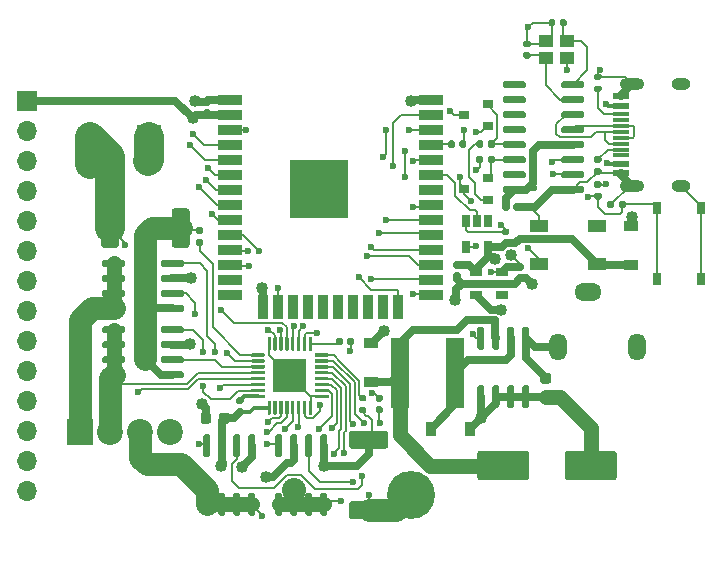
<source format=gtl>
G04 #@! TF.GenerationSoftware,KiCad,Pcbnew,(5.1.9)-1*
G04 #@! TF.CreationDate,2021-10-31T11:32:37+00:00*
G04 #@! TF.ProjectId,stepper_driver,73746570-7065-4725-9f64-72697665722e,rev?*
G04 #@! TF.SameCoordinates,Original*
G04 #@! TF.FileFunction,Copper,L1,Top*
G04 #@! TF.FilePolarity,Positive*
%FSLAX46Y46*%
G04 Gerber Fmt 4.6, Leading zero omitted, Abs format (unit mm)*
G04 Created by KiCad (PCBNEW (5.1.9)-1) date 2021-10-31 11:32:37*
%MOMM*%
%LPD*%
G01*
G04 APERTURE LIST*
G04 #@! TA.AperFunction,ComponentPad*
%ADD10O,1.700000X1.700000*%
G04 #@! TD*
G04 #@! TA.AperFunction,ComponentPad*
%ADD11R,1.700000X1.700000*%
G04 #@! TD*
G04 #@! TA.AperFunction,SMDPad,CuDef*
%ADD12R,2.000000X0.900000*%
G04 #@! TD*
G04 #@! TA.AperFunction,SMDPad,CuDef*
%ADD13R,0.900000X2.000000*%
G04 #@! TD*
G04 #@! TA.AperFunction,SMDPad,CuDef*
%ADD14R,5.000000X5.000000*%
G04 #@! TD*
G04 #@! TA.AperFunction,SMDPad,CuDef*
%ADD15R,1.150000X1.000000*%
G04 #@! TD*
G04 #@! TA.AperFunction,ComponentPad*
%ADD16C,2.000000*%
G04 #@! TD*
G04 #@! TA.AperFunction,ComponentPad*
%ADD17R,2.000000X2.000000*%
G04 #@! TD*
G04 #@! TA.AperFunction,ComponentPad*
%ADD18C,2.200000*%
G04 #@! TD*
G04 #@! TA.AperFunction,ComponentPad*
%ADD19R,2.200000X2.200000*%
G04 #@! TD*
G04 #@! TA.AperFunction,SMDPad,CuDef*
%ADD20R,1.200000X0.900000*%
G04 #@! TD*
G04 #@! TA.AperFunction,SMDPad,CuDef*
%ADD21R,1.060000X0.650000*%
G04 #@! TD*
G04 #@! TA.AperFunction,SMDPad,CuDef*
%ADD22R,1.600000X5.900000*%
G04 #@! TD*
G04 #@! TA.AperFunction,ComponentPad*
%ADD23O,2.300000X1.500000*%
G04 #@! TD*
G04 #@! TA.AperFunction,ComponentPad*
%ADD24O,1.500000X2.300000*%
G04 #@! TD*
G04 #@! TA.AperFunction,SMDPad,CuDef*
%ADD25R,0.650000X1.060000*%
G04 #@! TD*
G04 #@! TA.AperFunction,SMDPad,CuDef*
%ADD26R,1.500000X1.000000*%
G04 #@! TD*
G04 #@! TA.AperFunction,SMDPad,CuDef*
%ADD27R,0.900000X1.200000*%
G04 #@! TD*
G04 #@! TA.AperFunction,SMDPad,CuDef*
%ADD28R,1.450000X0.600000*%
G04 #@! TD*
G04 #@! TA.AperFunction,SMDPad,CuDef*
%ADD29R,1.450000X0.300000*%
G04 #@! TD*
G04 #@! TA.AperFunction,ComponentPad*
%ADD30O,2.100000X1.000000*%
G04 #@! TD*
G04 #@! TA.AperFunction,ComponentPad*
%ADD31O,1.600000X1.000000*%
G04 #@! TD*
G04 #@! TA.AperFunction,SMDPad,CuDef*
%ADD32R,0.750000X1.000000*%
G04 #@! TD*
G04 #@! TA.AperFunction,SMDPad,CuDef*
%ADD33R,0.900000X0.800000*%
G04 #@! TD*
G04 #@! TA.AperFunction,ViaPad*
%ADD34C,4.064000*%
G04 #@! TD*
G04 #@! TA.AperFunction,ViaPad*
%ADD35C,1.016000*%
G04 #@! TD*
G04 #@! TA.AperFunction,ViaPad*
%ADD36C,0.600000*%
G04 #@! TD*
G04 #@! TA.AperFunction,ViaPad*
%ADD37C,2.032000*%
G04 #@! TD*
G04 #@! TA.AperFunction,Conductor*
%ADD38C,0.203200*%
G04 #@! TD*
G04 #@! TA.AperFunction,Conductor*
%ADD39C,0.635000*%
G04 #@! TD*
G04 #@! TA.AperFunction,Conductor*
%ADD40C,0.304800*%
G04 #@! TD*
G04 #@! TA.AperFunction,Conductor*
%ADD41C,1.270000*%
G04 #@! TD*
G04 #@! TA.AperFunction,Conductor*
%ADD42C,1.905000*%
G04 #@! TD*
G04 #@! TA.AperFunction,Conductor*
%ADD43C,2.540000*%
G04 #@! TD*
G04 APERTURE END LIST*
G04 #@! TA.AperFunction,SMDPad,CuDef*
G36*
G01*
X138030000Y-115900000D02*
X138370000Y-115900000D01*
G75*
G02*
X138510000Y-116040000I0J-140000D01*
G01*
X138510000Y-116320000D01*
G75*
G02*
X138370000Y-116460000I-140000J0D01*
G01*
X138030000Y-116460000D01*
G75*
G02*
X137890000Y-116320000I0J140000D01*
G01*
X137890000Y-116040000D01*
G75*
G02*
X138030000Y-115900000I140000J0D01*
G01*
G37*
G04 #@! TD.AperFunction*
G04 #@! TA.AperFunction,SMDPad,CuDef*
G36*
G01*
X138030000Y-114940000D02*
X138370000Y-114940000D01*
G75*
G02*
X138510000Y-115080000I0J-140000D01*
G01*
X138510000Y-115360000D01*
G75*
G02*
X138370000Y-115500000I-140000J0D01*
G01*
X138030000Y-115500000D01*
G75*
G02*
X137890000Y-115360000I0J140000D01*
G01*
X137890000Y-115080000D01*
G75*
G02*
X138030000Y-114940000I140000J0D01*
G01*
G37*
G04 #@! TD.AperFunction*
G04 #@! TA.AperFunction,SMDPad,CuDef*
G36*
G01*
X110100000Y-124355000D02*
X110100000Y-124655000D01*
G75*
G02*
X109950000Y-124805000I-150000J0D01*
G01*
X108300000Y-124805000D01*
G75*
G02*
X108150000Y-124655000I0J150000D01*
G01*
X108150000Y-124355000D01*
G75*
G02*
X108300000Y-124205000I150000J0D01*
G01*
X109950000Y-124205000D01*
G75*
G02*
X110100000Y-124355000I0J-150000D01*
G01*
G37*
G04 #@! TD.AperFunction*
G04 #@! TA.AperFunction,SMDPad,CuDef*
G36*
G01*
X110100000Y-123085000D02*
X110100000Y-123385000D01*
G75*
G02*
X109950000Y-123535000I-150000J0D01*
G01*
X108300000Y-123535000D01*
G75*
G02*
X108150000Y-123385000I0J150000D01*
G01*
X108150000Y-123085000D01*
G75*
G02*
X108300000Y-122935000I150000J0D01*
G01*
X109950000Y-122935000D01*
G75*
G02*
X110100000Y-123085000I0J-150000D01*
G01*
G37*
G04 #@! TD.AperFunction*
G04 #@! TA.AperFunction,SMDPad,CuDef*
G36*
G01*
X110100000Y-121815000D02*
X110100000Y-122115000D01*
G75*
G02*
X109950000Y-122265000I-150000J0D01*
G01*
X108300000Y-122265000D01*
G75*
G02*
X108150000Y-122115000I0J150000D01*
G01*
X108150000Y-121815000D01*
G75*
G02*
X108300000Y-121665000I150000J0D01*
G01*
X109950000Y-121665000D01*
G75*
G02*
X110100000Y-121815000I0J-150000D01*
G01*
G37*
G04 #@! TD.AperFunction*
G04 #@! TA.AperFunction,SMDPad,CuDef*
G36*
G01*
X110100000Y-120545000D02*
X110100000Y-120845000D01*
G75*
G02*
X109950000Y-120995000I-150000J0D01*
G01*
X108300000Y-120995000D01*
G75*
G02*
X108150000Y-120845000I0J150000D01*
G01*
X108150000Y-120545000D01*
G75*
G02*
X108300000Y-120395000I150000J0D01*
G01*
X109950000Y-120395000D01*
G75*
G02*
X110100000Y-120545000I0J-150000D01*
G01*
G37*
G04 #@! TD.AperFunction*
G04 #@! TA.AperFunction,SMDPad,CuDef*
G36*
G01*
X115050000Y-120545000D02*
X115050000Y-120845000D01*
G75*
G02*
X114900000Y-120995000I-150000J0D01*
G01*
X113250000Y-120995000D01*
G75*
G02*
X113100000Y-120845000I0J150000D01*
G01*
X113100000Y-120545000D01*
G75*
G02*
X113250000Y-120395000I150000J0D01*
G01*
X114900000Y-120395000D01*
G75*
G02*
X115050000Y-120545000I0J-150000D01*
G01*
G37*
G04 #@! TD.AperFunction*
G04 #@! TA.AperFunction,SMDPad,CuDef*
G36*
G01*
X115050000Y-121815000D02*
X115050000Y-122115000D01*
G75*
G02*
X114900000Y-122265000I-150000J0D01*
G01*
X113250000Y-122265000D01*
G75*
G02*
X113100000Y-122115000I0J150000D01*
G01*
X113100000Y-121815000D01*
G75*
G02*
X113250000Y-121665000I150000J0D01*
G01*
X114900000Y-121665000D01*
G75*
G02*
X115050000Y-121815000I0J-150000D01*
G01*
G37*
G04 #@! TD.AperFunction*
G04 #@! TA.AperFunction,SMDPad,CuDef*
G36*
G01*
X115050000Y-123085000D02*
X115050000Y-123385000D01*
G75*
G02*
X114900000Y-123535000I-150000J0D01*
G01*
X113250000Y-123535000D01*
G75*
G02*
X113100000Y-123385000I0J150000D01*
G01*
X113100000Y-123085000D01*
G75*
G02*
X113250000Y-122935000I150000J0D01*
G01*
X114900000Y-122935000D01*
G75*
G02*
X115050000Y-123085000I0J-150000D01*
G01*
G37*
G04 #@! TD.AperFunction*
G04 #@! TA.AperFunction,SMDPad,CuDef*
G36*
G01*
X115050000Y-124355000D02*
X115050000Y-124655000D01*
G75*
G02*
X114900000Y-124805000I-150000J0D01*
G01*
X113250000Y-124805000D01*
G75*
G02*
X113100000Y-124655000I0J150000D01*
G01*
X113100000Y-124355000D01*
G75*
G02*
X113250000Y-124205000I150000J0D01*
G01*
X114900000Y-124205000D01*
G75*
G02*
X115050000Y-124355000I0J-150000D01*
G01*
G37*
G04 #@! TD.AperFunction*
G04 #@! TA.AperFunction,SMDPad,CuDef*
G36*
G01*
X117375000Y-127950000D02*
X117375000Y-128450000D01*
G75*
G02*
X117150000Y-128675000I-225000J0D01*
G01*
X116700000Y-128675000D01*
G75*
G02*
X116475000Y-128450000I0J225000D01*
G01*
X116475000Y-127950000D01*
G75*
G02*
X116700000Y-127725000I225000J0D01*
G01*
X117150000Y-127725000D01*
G75*
G02*
X117375000Y-127950000I0J-225000D01*
G01*
G37*
G04 #@! TD.AperFunction*
G04 #@! TA.AperFunction,SMDPad,CuDef*
G36*
G01*
X118925000Y-127950000D02*
X118925000Y-128450000D01*
G75*
G02*
X118700000Y-128675000I-225000J0D01*
G01*
X118250000Y-128675000D01*
G75*
G02*
X118025000Y-128450000I0J225000D01*
G01*
X118025000Y-127950000D01*
G75*
G02*
X118250000Y-127725000I225000J0D01*
G01*
X118700000Y-127725000D01*
G75*
G02*
X118925000Y-127950000I0J-225000D01*
G01*
G37*
G04 #@! TD.AperFunction*
G04 #@! TA.AperFunction,SMDPad,CuDef*
G36*
G01*
X131430000Y-127200000D02*
X131770000Y-127200000D01*
G75*
G02*
X131910000Y-127340000I0J-140000D01*
G01*
X131910000Y-127620000D01*
G75*
G02*
X131770000Y-127760000I-140000J0D01*
G01*
X131430000Y-127760000D01*
G75*
G02*
X131290000Y-127620000I0J140000D01*
G01*
X131290000Y-127340000D01*
G75*
G02*
X131430000Y-127200000I140000J0D01*
G01*
G37*
G04 #@! TD.AperFunction*
G04 #@! TA.AperFunction,SMDPad,CuDef*
G36*
G01*
X131430000Y-126240000D02*
X131770000Y-126240000D01*
G75*
G02*
X131910000Y-126380000I0J-140000D01*
G01*
X131910000Y-126660000D01*
G75*
G02*
X131770000Y-126800000I-140000J0D01*
G01*
X131430000Y-126800000D01*
G75*
G02*
X131290000Y-126660000I0J140000D01*
G01*
X131290000Y-126380000D01*
G75*
G02*
X131430000Y-126240000I140000J0D01*
G01*
G37*
G04 #@! TD.AperFunction*
D10*
X101800000Y-134320000D03*
X101800000Y-131780000D03*
X101800000Y-129240000D03*
X101800000Y-126700000D03*
X101800000Y-124160000D03*
X101800000Y-121620000D03*
X101800000Y-119080000D03*
X101800000Y-116540000D03*
X101800000Y-114000000D03*
X101800000Y-111460000D03*
X101800000Y-108920000D03*
X101800000Y-106380000D03*
X101800000Y-103840000D03*
D11*
X101800000Y-101300000D03*
D12*
X135986000Y-101277000D03*
X135986000Y-102547000D03*
X135986000Y-103817000D03*
X135986000Y-105087000D03*
X135986000Y-106357000D03*
X135986000Y-107627000D03*
X135986000Y-108897000D03*
X135986000Y-110167000D03*
X135986000Y-111437000D03*
X135986000Y-112707000D03*
X135986000Y-113977000D03*
X135986000Y-115247000D03*
X135986000Y-116517000D03*
X135986000Y-117787000D03*
D13*
X133201000Y-118787000D03*
X131931000Y-118787000D03*
X130661000Y-118787000D03*
X129391000Y-118787000D03*
X128121000Y-118787000D03*
X126851000Y-118787000D03*
X125581000Y-118787000D03*
X124311000Y-118787000D03*
X123041000Y-118787000D03*
X121771000Y-118787000D03*
D12*
X118986000Y-117787000D03*
X118986000Y-116517000D03*
X118986000Y-115247000D03*
X118986000Y-113977000D03*
X118986000Y-112707000D03*
X118986000Y-111437000D03*
X118986000Y-110167000D03*
X118986000Y-108897000D03*
X118986000Y-107627000D03*
X118986000Y-106357000D03*
X118986000Y-105087000D03*
X118986000Y-103817000D03*
X118986000Y-102547000D03*
X118986000Y-101277000D03*
D14*
X126486000Y-108777000D03*
D15*
X147475000Y-97700000D03*
X145725000Y-97700000D03*
X145725000Y-96300000D03*
X147475000Y-96300000D03*
G04 #@! TA.AperFunction,SMDPad,CuDef*
G36*
G01*
X110100000Y-118755000D02*
X110100000Y-119055000D01*
G75*
G02*
X109950000Y-119205000I-150000J0D01*
G01*
X108300000Y-119205000D01*
G75*
G02*
X108150000Y-119055000I0J150000D01*
G01*
X108150000Y-118755000D01*
G75*
G02*
X108300000Y-118605000I150000J0D01*
G01*
X109950000Y-118605000D01*
G75*
G02*
X110100000Y-118755000I0J-150000D01*
G01*
G37*
G04 #@! TD.AperFunction*
G04 #@! TA.AperFunction,SMDPad,CuDef*
G36*
G01*
X110100000Y-117485000D02*
X110100000Y-117785000D01*
G75*
G02*
X109950000Y-117935000I-150000J0D01*
G01*
X108300000Y-117935000D01*
G75*
G02*
X108150000Y-117785000I0J150000D01*
G01*
X108150000Y-117485000D01*
G75*
G02*
X108300000Y-117335000I150000J0D01*
G01*
X109950000Y-117335000D01*
G75*
G02*
X110100000Y-117485000I0J-150000D01*
G01*
G37*
G04 #@! TD.AperFunction*
G04 #@! TA.AperFunction,SMDPad,CuDef*
G36*
G01*
X110100000Y-116215000D02*
X110100000Y-116515000D01*
G75*
G02*
X109950000Y-116665000I-150000J0D01*
G01*
X108300000Y-116665000D01*
G75*
G02*
X108150000Y-116515000I0J150000D01*
G01*
X108150000Y-116215000D01*
G75*
G02*
X108300000Y-116065000I150000J0D01*
G01*
X109950000Y-116065000D01*
G75*
G02*
X110100000Y-116215000I0J-150000D01*
G01*
G37*
G04 #@! TD.AperFunction*
G04 #@! TA.AperFunction,SMDPad,CuDef*
G36*
G01*
X110100000Y-114945000D02*
X110100000Y-115245000D01*
G75*
G02*
X109950000Y-115395000I-150000J0D01*
G01*
X108300000Y-115395000D01*
G75*
G02*
X108150000Y-115245000I0J150000D01*
G01*
X108150000Y-114945000D01*
G75*
G02*
X108300000Y-114795000I150000J0D01*
G01*
X109950000Y-114795000D01*
G75*
G02*
X110100000Y-114945000I0J-150000D01*
G01*
G37*
G04 #@! TD.AperFunction*
G04 #@! TA.AperFunction,SMDPad,CuDef*
G36*
G01*
X115050000Y-114945000D02*
X115050000Y-115245000D01*
G75*
G02*
X114900000Y-115395000I-150000J0D01*
G01*
X113250000Y-115395000D01*
G75*
G02*
X113100000Y-115245000I0J150000D01*
G01*
X113100000Y-114945000D01*
G75*
G02*
X113250000Y-114795000I150000J0D01*
G01*
X114900000Y-114795000D01*
G75*
G02*
X115050000Y-114945000I0J-150000D01*
G01*
G37*
G04 #@! TD.AperFunction*
G04 #@! TA.AperFunction,SMDPad,CuDef*
G36*
G01*
X115050000Y-116215000D02*
X115050000Y-116515000D01*
G75*
G02*
X114900000Y-116665000I-150000J0D01*
G01*
X113250000Y-116665000D01*
G75*
G02*
X113100000Y-116515000I0J150000D01*
G01*
X113100000Y-116215000D01*
G75*
G02*
X113250000Y-116065000I150000J0D01*
G01*
X114900000Y-116065000D01*
G75*
G02*
X115050000Y-116215000I0J-150000D01*
G01*
G37*
G04 #@! TD.AperFunction*
G04 #@! TA.AperFunction,SMDPad,CuDef*
G36*
G01*
X115050000Y-117485000D02*
X115050000Y-117785000D01*
G75*
G02*
X114900000Y-117935000I-150000J0D01*
G01*
X113250000Y-117935000D01*
G75*
G02*
X113100000Y-117785000I0J150000D01*
G01*
X113100000Y-117485000D01*
G75*
G02*
X113250000Y-117335000I150000J0D01*
G01*
X114900000Y-117335000D01*
G75*
G02*
X115050000Y-117485000I0J-150000D01*
G01*
G37*
G04 #@! TD.AperFunction*
G04 #@! TA.AperFunction,SMDPad,CuDef*
G36*
G01*
X115050000Y-118755000D02*
X115050000Y-119055000D01*
G75*
G02*
X114900000Y-119205000I-150000J0D01*
G01*
X113250000Y-119205000D01*
G75*
G02*
X113100000Y-119055000I0J150000D01*
G01*
X113100000Y-118755000D01*
G75*
G02*
X113250000Y-118605000I150000J0D01*
G01*
X114900000Y-118605000D01*
G75*
G02*
X115050000Y-118755000I0J-150000D01*
G01*
G37*
G04 #@! TD.AperFunction*
D16*
X107100000Y-104400000D03*
D17*
X112100000Y-104400000D03*
G04 #@! TA.AperFunction,SMDPad,CuDef*
G36*
G01*
X116215000Y-113040000D02*
X116585000Y-113040000D01*
G75*
G02*
X116720000Y-113175000I0J-135000D01*
G01*
X116720000Y-113445000D01*
G75*
G02*
X116585000Y-113580000I-135000J0D01*
G01*
X116215000Y-113580000D01*
G75*
G02*
X116080000Y-113445000I0J135000D01*
G01*
X116080000Y-113175000D01*
G75*
G02*
X116215000Y-113040000I135000J0D01*
G01*
G37*
G04 #@! TD.AperFunction*
G04 #@! TA.AperFunction,SMDPad,CuDef*
G36*
G01*
X116215000Y-112020000D02*
X116585000Y-112020000D01*
G75*
G02*
X116720000Y-112155000I0J-135000D01*
G01*
X116720000Y-112425000D01*
G75*
G02*
X116585000Y-112560000I-135000J0D01*
G01*
X116215000Y-112560000D01*
G75*
G02*
X116080000Y-112425000I0J135000D01*
G01*
X116080000Y-112155000D01*
G75*
G02*
X116215000Y-112020000I135000J0D01*
G01*
G37*
G04 #@! TD.AperFunction*
G04 #@! TA.AperFunction,SMDPad,CuDef*
G36*
G01*
X109575000Y-110674999D02*
X109575000Y-113525001D01*
G75*
G02*
X109325001Y-113775000I-249999J0D01*
G01*
X108299999Y-113775000D01*
G75*
G02*
X108050000Y-113525001I0J249999D01*
G01*
X108050000Y-110674999D01*
G75*
G02*
X108299999Y-110425000I249999J0D01*
G01*
X109325001Y-110425000D01*
G75*
G02*
X109575000Y-110674999I0J-249999D01*
G01*
G37*
G04 #@! TD.AperFunction*
G04 #@! TA.AperFunction,SMDPad,CuDef*
G36*
G01*
X115550000Y-110674999D02*
X115550000Y-113525001D01*
G75*
G02*
X115300001Y-113775000I-249999J0D01*
G01*
X114274999Y-113775000D01*
G75*
G02*
X114025000Y-113525001I0J249999D01*
G01*
X114025000Y-110674999D01*
G75*
G02*
X114274999Y-110425000I249999J0D01*
G01*
X115300001Y-110425000D01*
G75*
G02*
X115550000Y-110674999I0J-249999D01*
G01*
G37*
G04 #@! TD.AperFunction*
G04 #@! TA.AperFunction,SMDPad,CuDef*
G36*
G01*
X130385000Y-126760000D02*
X130015000Y-126760000D01*
G75*
G02*
X129880000Y-126625000I0J135000D01*
G01*
X129880000Y-126355000D01*
G75*
G02*
X130015000Y-126220000I135000J0D01*
G01*
X130385000Y-126220000D01*
G75*
G02*
X130520000Y-126355000I0J-135000D01*
G01*
X130520000Y-126625000D01*
G75*
G02*
X130385000Y-126760000I-135000J0D01*
G01*
G37*
G04 #@! TD.AperFunction*
G04 #@! TA.AperFunction,SMDPad,CuDef*
G36*
G01*
X130385000Y-127780000D02*
X130015000Y-127780000D01*
G75*
G02*
X129880000Y-127645000I0J135000D01*
G01*
X129880000Y-127375000D01*
G75*
G02*
X130015000Y-127240000I135000J0D01*
G01*
X130385000Y-127240000D01*
G75*
G02*
X130520000Y-127375000I0J-135000D01*
G01*
X130520000Y-127645000D01*
G75*
G02*
X130385000Y-127780000I-135000J0D01*
G01*
G37*
G04 #@! TD.AperFunction*
G04 #@! TA.AperFunction,SMDPad,CuDef*
G36*
G01*
X129274999Y-135225000D02*
X132125001Y-135225000D01*
G75*
G02*
X132375000Y-135474999I0J-249999D01*
G01*
X132375000Y-136500001D01*
G75*
G02*
X132125001Y-136750000I-249999J0D01*
G01*
X129274999Y-136750000D01*
G75*
G02*
X129025000Y-136500001I0J249999D01*
G01*
X129025000Y-135474999D01*
G75*
G02*
X129274999Y-135225000I249999J0D01*
G01*
G37*
G04 #@! TD.AperFunction*
G04 #@! TA.AperFunction,SMDPad,CuDef*
G36*
G01*
X129274999Y-129250000D02*
X132125001Y-129250000D01*
G75*
G02*
X132375000Y-129499999I0J-249999D01*
G01*
X132375000Y-130525001D01*
G75*
G02*
X132125001Y-130775000I-249999J0D01*
G01*
X129274999Y-130775000D01*
G75*
G02*
X129025000Y-130525001I0J249999D01*
G01*
X129025000Y-129499999D01*
G75*
G02*
X129274999Y-129250000I249999J0D01*
G01*
G37*
G04 #@! TD.AperFunction*
G04 #@! TA.AperFunction,SMDPad,CuDef*
G36*
G01*
X120655000Y-134500000D02*
X120955000Y-134500000D01*
G75*
G02*
X121105000Y-134650000I0J-150000D01*
G01*
X121105000Y-136300000D01*
G75*
G02*
X120955000Y-136450000I-150000J0D01*
G01*
X120655000Y-136450000D01*
G75*
G02*
X120505000Y-136300000I0J150000D01*
G01*
X120505000Y-134650000D01*
G75*
G02*
X120655000Y-134500000I150000J0D01*
G01*
G37*
G04 #@! TD.AperFunction*
G04 #@! TA.AperFunction,SMDPad,CuDef*
G36*
G01*
X119385000Y-134500000D02*
X119685000Y-134500000D01*
G75*
G02*
X119835000Y-134650000I0J-150000D01*
G01*
X119835000Y-136300000D01*
G75*
G02*
X119685000Y-136450000I-150000J0D01*
G01*
X119385000Y-136450000D01*
G75*
G02*
X119235000Y-136300000I0J150000D01*
G01*
X119235000Y-134650000D01*
G75*
G02*
X119385000Y-134500000I150000J0D01*
G01*
G37*
G04 #@! TD.AperFunction*
G04 #@! TA.AperFunction,SMDPad,CuDef*
G36*
G01*
X118115000Y-134500000D02*
X118415000Y-134500000D01*
G75*
G02*
X118565000Y-134650000I0J-150000D01*
G01*
X118565000Y-136300000D01*
G75*
G02*
X118415000Y-136450000I-150000J0D01*
G01*
X118115000Y-136450000D01*
G75*
G02*
X117965000Y-136300000I0J150000D01*
G01*
X117965000Y-134650000D01*
G75*
G02*
X118115000Y-134500000I150000J0D01*
G01*
G37*
G04 #@! TD.AperFunction*
G04 #@! TA.AperFunction,SMDPad,CuDef*
G36*
G01*
X116845000Y-134500000D02*
X117145000Y-134500000D01*
G75*
G02*
X117295000Y-134650000I0J-150000D01*
G01*
X117295000Y-136300000D01*
G75*
G02*
X117145000Y-136450000I-150000J0D01*
G01*
X116845000Y-136450000D01*
G75*
G02*
X116695000Y-136300000I0J150000D01*
G01*
X116695000Y-134650000D01*
G75*
G02*
X116845000Y-134500000I150000J0D01*
G01*
G37*
G04 #@! TD.AperFunction*
G04 #@! TA.AperFunction,SMDPad,CuDef*
G36*
G01*
X116845000Y-129550000D02*
X117145000Y-129550000D01*
G75*
G02*
X117295000Y-129700000I0J-150000D01*
G01*
X117295000Y-131350000D01*
G75*
G02*
X117145000Y-131500000I-150000J0D01*
G01*
X116845000Y-131500000D01*
G75*
G02*
X116695000Y-131350000I0J150000D01*
G01*
X116695000Y-129700000D01*
G75*
G02*
X116845000Y-129550000I150000J0D01*
G01*
G37*
G04 #@! TD.AperFunction*
G04 #@! TA.AperFunction,SMDPad,CuDef*
G36*
G01*
X118115000Y-129550000D02*
X118415000Y-129550000D01*
G75*
G02*
X118565000Y-129700000I0J-150000D01*
G01*
X118565000Y-131350000D01*
G75*
G02*
X118415000Y-131500000I-150000J0D01*
G01*
X118115000Y-131500000D01*
G75*
G02*
X117965000Y-131350000I0J150000D01*
G01*
X117965000Y-129700000D01*
G75*
G02*
X118115000Y-129550000I150000J0D01*
G01*
G37*
G04 #@! TD.AperFunction*
G04 #@! TA.AperFunction,SMDPad,CuDef*
G36*
G01*
X119385000Y-129550000D02*
X119685000Y-129550000D01*
G75*
G02*
X119835000Y-129700000I0J-150000D01*
G01*
X119835000Y-131350000D01*
G75*
G02*
X119685000Y-131500000I-150000J0D01*
G01*
X119385000Y-131500000D01*
G75*
G02*
X119235000Y-131350000I0J150000D01*
G01*
X119235000Y-129700000D01*
G75*
G02*
X119385000Y-129550000I150000J0D01*
G01*
G37*
G04 #@! TD.AperFunction*
G04 #@! TA.AperFunction,SMDPad,CuDef*
G36*
G01*
X120655000Y-129550000D02*
X120955000Y-129550000D01*
G75*
G02*
X121105000Y-129700000I0J-150000D01*
G01*
X121105000Y-131350000D01*
G75*
G02*
X120955000Y-131500000I-150000J0D01*
G01*
X120655000Y-131500000D01*
G75*
G02*
X120505000Y-131350000I0J150000D01*
G01*
X120505000Y-129700000D01*
G75*
G02*
X120655000Y-129550000I150000J0D01*
G01*
G37*
G04 #@! TD.AperFunction*
D18*
X113920000Y-129400000D03*
X111380000Y-129400000D03*
X108840000Y-129400000D03*
D19*
X106300000Y-129400000D03*
D20*
X130900000Y-125150000D03*
X130900000Y-121850000D03*
X152900000Y-111950000D03*
X152900000Y-115250000D03*
D21*
X142000000Y-115850000D03*
X142000000Y-117750000D03*
X139800000Y-117750000D03*
X139800000Y-116800000D03*
X139800000Y-115850000D03*
G04 #@! TA.AperFunction,SMDPad,CuDef*
G36*
G01*
X143330000Y-116080000D02*
X143670000Y-116080000D01*
G75*
G02*
X143810000Y-116220000I0J-140000D01*
G01*
X143810000Y-116500000D01*
G75*
G02*
X143670000Y-116640000I-140000J0D01*
G01*
X143330000Y-116640000D01*
G75*
G02*
X143190000Y-116500000I0J140000D01*
G01*
X143190000Y-116220000D01*
G75*
G02*
X143330000Y-116080000I140000J0D01*
G01*
G37*
G04 #@! TD.AperFunction*
G04 #@! TA.AperFunction,SMDPad,CuDef*
G36*
G01*
X143330000Y-115120000D02*
X143670000Y-115120000D01*
G75*
G02*
X143810000Y-115260000I0J-140000D01*
G01*
X143810000Y-115540000D01*
G75*
G02*
X143670000Y-115680000I-140000J0D01*
G01*
X143330000Y-115680000D01*
G75*
G02*
X143190000Y-115540000I0J140000D01*
G01*
X143190000Y-115260000D01*
G75*
G02*
X143330000Y-115120000I140000J0D01*
G01*
G37*
G04 #@! TD.AperFunction*
D22*
X133350000Y-124400000D03*
X138050000Y-124400000D03*
G04 #@! TA.AperFunction,SMDPad,CuDef*
G36*
G01*
X126755000Y-134500000D02*
X127055000Y-134500000D01*
G75*
G02*
X127205000Y-134650000I0J-150000D01*
G01*
X127205000Y-136300000D01*
G75*
G02*
X127055000Y-136450000I-150000J0D01*
G01*
X126755000Y-136450000D01*
G75*
G02*
X126605000Y-136300000I0J150000D01*
G01*
X126605000Y-134650000D01*
G75*
G02*
X126755000Y-134500000I150000J0D01*
G01*
G37*
G04 #@! TD.AperFunction*
G04 #@! TA.AperFunction,SMDPad,CuDef*
G36*
G01*
X125485000Y-134500000D02*
X125785000Y-134500000D01*
G75*
G02*
X125935000Y-134650000I0J-150000D01*
G01*
X125935000Y-136300000D01*
G75*
G02*
X125785000Y-136450000I-150000J0D01*
G01*
X125485000Y-136450000D01*
G75*
G02*
X125335000Y-136300000I0J150000D01*
G01*
X125335000Y-134650000D01*
G75*
G02*
X125485000Y-134500000I150000J0D01*
G01*
G37*
G04 #@! TD.AperFunction*
G04 #@! TA.AperFunction,SMDPad,CuDef*
G36*
G01*
X124215000Y-134500000D02*
X124515000Y-134500000D01*
G75*
G02*
X124665000Y-134650000I0J-150000D01*
G01*
X124665000Y-136300000D01*
G75*
G02*
X124515000Y-136450000I-150000J0D01*
G01*
X124215000Y-136450000D01*
G75*
G02*
X124065000Y-136300000I0J150000D01*
G01*
X124065000Y-134650000D01*
G75*
G02*
X124215000Y-134500000I150000J0D01*
G01*
G37*
G04 #@! TD.AperFunction*
G04 #@! TA.AperFunction,SMDPad,CuDef*
G36*
G01*
X122945000Y-134500000D02*
X123245000Y-134500000D01*
G75*
G02*
X123395000Y-134650000I0J-150000D01*
G01*
X123395000Y-136300000D01*
G75*
G02*
X123245000Y-136450000I-150000J0D01*
G01*
X122945000Y-136450000D01*
G75*
G02*
X122795000Y-136300000I0J150000D01*
G01*
X122795000Y-134650000D01*
G75*
G02*
X122945000Y-134500000I150000J0D01*
G01*
G37*
G04 #@! TD.AperFunction*
G04 #@! TA.AperFunction,SMDPad,CuDef*
G36*
G01*
X122945000Y-129550000D02*
X123245000Y-129550000D01*
G75*
G02*
X123395000Y-129700000I0J-150000D01*
G01*
X123395000Y-131350000D01*
G75*
G02*
X123245000Y-131500000I-150000J0D01*
G01*
X122945000Y-131500000D01*
G75*
G02*
X122795000Y-131350000I0J150000D01*
G01*
X122795000Y-129700000D01*
G75*
G02*
X122945000Y-129550000I150000J0D01*
G01*
G37*
G04 #@! TD.AperFunction*
G04 #@! TA.AperFunction,SMDPad,CuDef*
G36*
G01*
X124215000Y-129550000D02*
X124515000Y-129550000D01*
G75*
G02*
X124665000Y-129700000I0J-150000D01*
G01*
X124665000Y-131350000D01*
G75*
G02*
X124515000Y-131500000I-150000J0D01*
G01*
X124215000Y-131500000D01*
G75*
G02*
X124065000Y-131350000I0J150000D01*
G01*
X124065000Y-129700000D01*
G75*
G02*
X124215000Y-129550000I150000J0D01*
G01*
G37*
G04 #@! TD.AperFunction*
G04 #@! TA.AperFunction,SMDPad,CuDef*
G36*
G01*
X125485000Y-129550000D02*
X125785000Y-129550000D01*
G75*
G02*
X125935000Y-129700000I0J-150000D01*
G01*
X125935000Y-131350000D01*
G75*
G02*
X125785000Y-131500000I-150000J0D01*
G01*
X125485000Y-131500000D01*
G75*
G02*
X125335000Y-131350000I0J150000D01*
G01*
X125335000Y-129700000D01*
G75*
G02*
X125485000Y-129550000I150000J0D01*
G01*
G37*
G04 #@! TD.AperFunction*
G04 #@! TA.AperFunction,SMDPad,CuDef*
G36*
G01*
X126755000Y-129550000D02*
X127055000Y-129550000D01*
G75*
G02*
X127205000Y-129700000I0J-150000D01*
G01*
X127205000Y-131350000D01*
G75*
G02*
X127055000Y-131500000I-150000J0D01*
G01*
X126755000Y-131500000D01*
G75*
G02*
X126605000Y-131350000I0J150000D01*
G01*
X126605000Y-129700000D01*
G75*
G02*
X126755000Y-129550000I150000J0D01*
G01*
G37*
G04 #@! TD.AperFunction*
G04 #@! TA.AperFunction,SMDPad,CuDef*
G36*
G01*
X122691000Y-123200000D02*
X125379000Y-123200000D01*
G75*
G02*
X125435000Y-123256000I0J-56000D01*
G01*
X125435000Y-125944000D01*
G75*
G02*
X125379000Y-126000000I-56000J0D01*
G01*
X122691000Y-126000000D01*
G75*
G02*
X122635000Y-125944000I0J56000D01*
G01*
X122635000Y-123256000D01*
G75*
G02*
X122691000Y-123200000I56000J0D01*
G01*
G37*
G04 #@! TD.AperFunction*
G04 #@! TA.AperFunction,SMDPad,CuDef*
G36*
G01*
X127335000Y-126280000D02*
X127335000Y-126420000D01*
G75*
G02*
X127265000Y-126490000I-70000J0D01*
G01*
X126205000Y-126490000D01*
G75*
G02*
X126135000Y-126420000I0J70000D01*
G01*
X126135000Y-126280000D01*
G75*
G02*
X126205000Y-126210000I70000J0D01*
G01*
X127265000Y-126210000D01*
G75*
G02*
X127335000Y-126280000I0J-70000D01*
G01*
G37*
G04 #@! TD.AperFunction*
G04 #@! TA.AperFunction,SMDPad,CuDef*
G36*
G01*
X127335000Y-125780000D02*
X127335000Y-125920000D01*
G75*
G02*
X127265000Y-125990000I-70000J0D01*
G01*
X126205000Y-125990000D01*
G75*
G02*
X126135000Y-125920000I0J70000D01*
G01*
X126135000Y-125780000D01*
G75*
G02*
X126205000Y-125710000I70000J0D01*
G01*
X127265000Y-125710000D01*
G75*
G02*
X127335000Y-125780000I0J-70000D01*
G01*
G37*
G04 #@! TD.AperFunction*
G04 #@! TA.AperFunction,SMDPad,CuDef*
G36*
G01*
X127335000Y-125280000D02*
X127335000Y-125420000D01*
G75*
G02*
X127265000Y-125490000I-70000J0D01*
G01*
X126205000Y-125490000D01*
G75*
G02*
X126135000Y-125420000I0J70000D01*
G01*
X126135000Y-125280000D01*
G75*
G02*
X126205000Y-125210000I70000J0D01*
G01*
X127265000Y-125210000D01*
G75*
G02*
X127335000Y-125280000I0J-70000D01*
G01*
G37*
G04 #@! TD.AperFunction*
G04 #@! TA.AperFunction,SMDPad,CuDef*
G36*
G01*
X127335000Y-124780000D02*
X127335000Y-124920000D01*
G75*
G02*
X127265000Y-124990000I-70000J0D01*
G01*
X126205000Y-124990000D01*
G75*
G02*
X126135000Y-124920000I0J70000D01*
G01*
X126135000Y-124780000D01*
G75*
G02*
X126205000Y-124710000I70000J0D01*
G01*
X127265000Y-124710000D01*
G75*
G02*
X127335000Y-124780000I0J-70000D01*
G01*
G37*
G04 #@! TD.AperFunction*
G04 #@! TA.AperFunction,SMDPad,CuDef*
G36*
G01*
X127335000Y-124280000D02*
X127335000Y-124420000D01*
G75*
G02*
X127265000Y-124490000I-70000J0D01*
G01*
X126205000Y-124490000D01*
G75*
G02*
X126135000Y-124420000I0J70000D01*
G01*
X126135000Y-124280000D01*
G75*
G02*
X126205000Y-124210000I70000J0D01*
G01*
X127265000Y-124210000D01*
G75*
G02*
X127335000Y-124280000I0J-70000D01*
G01*
G37*
G04 #@! TD.AperFunction*
G04 #@! TA.AperFunction,SMDPad,CuDef*
G36*
G01*
X127335000Y-123780000D02*
X127335000Y-123920000D01*
G75*
G02*
X127265000Y-123990000I-70000J0D01*
G01*
X126205000Y-123990000D01*
G75*
G02*
X126135000Y-123920000I0J70000D01*
G01*
X126135000Y-123780000D01*
G75*
G02*
X126205000Y-123710000I70000J0D01*
G01*
X127265000Y-123710000D01*
G75*
G02*
X127335000Y-123780000I0J-70000D01*
G01*
G37*
G04 #@! TD.AperFunction*
G04 #@! TA.AperFunction,SMDPad,CuDef*
G36*
G01*
X127335000Y-123280000D02*
X127335000Y-123420000D01*
G75*
G02*
X127265000Y-123490000I-70000J0D01*
G01*
X126205000Y-123490000D01*
G75*
G02*
X126135000Y-123420000I0J70000D01*
G01*
X126135000Y-123280000D01*
G75*
G02*
X126205000Y-123210000I70000J0D01*
G01*
X127265000Y-123210000D01*
G75*
G02*
X127335000Y-123280000I0J-70000D01*
G01*
G37*
G04 #@! TD.AperFunction*
G04 #@! TA.AperFunction,SMDPad,CuDef*
G36*
G01*
X127335000Y-122780000D02*
X127335000Y-122920000D01*
G75*
G02*
X127265000Y-122990000I-70000J0D01*
G01*
X126205000Y-122990000D01*
G75*
G02*
X126135000Y-122920000I0J70000D01*
G01*
X126135000Y-122780000D01*
G75*
G02*
X126205000Y-122710000I70000J0D01*
G01*
X127265000Y-122710000D01*
G75*
G02*
X127335000Y-122780000I0J-70000D01*
G01*
G37*
G04 #@! TD.AperFunction*
G04 #@! TA.AperFunction,SMDPad,CuDef*
G36*
G01*
X125715000Y-121300000D02*
X125855000Y-121300000D01*
G75*
G02*
X125925000Y-121370000I0J-70000D01*
G01*
X125925000Y-122430000D01*
G75*
G02*
X125855000Y-122500000I-70000J0D01*
G01*
X125715000Y-122500000D01*
G75*
G02*
X125645000Y-122430000I0J70000D01*
G01*
X125645000Y-121370000D01*
G75*
G02*
X125715000Y-121300000I70000J0D01*
G01*
G37*
G04 #@! TD.AperFunction*
G04 #@! TA.AperFunction,SMDPad,CuDef*
G36*
G01*
X125215000Y-121300000D02*
X125355000Y-121300000D01*
G75*
G02*
X125425000Y-121370000I0J-70000D01*
G01*
X125425000Y-122430000D01*
G75*
G02*
X125355000Y-122500000I-70000J0D01*
G01*
X125215000Y-122500000D01*
G75*
G02*
X125145000Y-122430000I0J70000D01*
G01*
X125145000Y-121370000D01*
G75*
G02*
X125215000Y-121300000I70000J0D01*
G01*
G37*
G04 #@! TD.AperFunction*
G04 #@! TA.AperFunction,SMDPad,CuDef*
G36*
G01*
X124715000Y-121300000D02*
X124855000Y-121300000D01*
G75*
G02*
X124925000Y-121370000I0J-70000D01*
G01*
X124925000Y-122430000D01*
G75*
G02*
X124855000Y-122500000I-70000J0D01*
G01*
X124715000Y-122500000D01*
G75*
G02*
X124645000Y-122430000I0J70000D01*
G01*
X124645000Y-121370000D01*
G75*
G02*
X124715000Y-121300000I70000J0D01*
G01*
G37*
G04 #@! TD.AperFunction*
G04 #@! TA.AperFunction,SMDPad,CuDef*
G36*
G01*
X124215000Y-121300000D02*
X124355000Y-121300000D01*
G75*
G02*
X124425000Y-121370000I0J-70000D01*
G01*
X124425000Y-122430000D01*
G75*
G02*
X124355000Y-122500000I-70000J0D01*
G01*
X124215000Y-122500000D01*
G75*
G02*
X124145000Y-122430000I0J70000D01*
G01*
X124145000Y-121370000D01*
G75*
G02*
X124215000Y-121300000I70000J0D01*
G01*
G37*
G04 #@! TD.AperFunction*
G04 #@! TA.AperFunction,SMDPad,CuDef*
G36*
G01*
X123715000Y-121300000D02*
X123855000Y-121300000D01*
G75*
G02*
X123925000Y-121370000I0J-70000D01*
G01*
X123925000Y-122430000D01*
G75*
G02*
X123855000Y-122500000I-70000J0D01*
G01*
X123715000Y-122500000D01*
G75*
G02*
X123645000Y-122430000I0J70000D01*
G01*
X123645000Y-121370000D01*
G75*
G02*
X123715000Y-121300000I70000J0D01*
G01*
G37*
G04 #@! TD.AperFunction*
G04 #@! TA.AperFunction,SMDPad,CuDef*
G36*
G01*
X123215000Y-121300000D02*
X123355000Y-121300000D01*
G75*
G02*
X123425000Y-121370000I0J-70000D01*
G01*
X123425000Y-122430000D01*
G75*
G02*
X123355000Y-122500000I-70000J0D01*
G01*
X123215000Y-122500000D01*
G75*
G02*
X123145000Y-122430000I0J70000D01*
G01*
X123145000Y-121370000D01*
G75*
G02*
X123215000Y-121300000I70000J0D01*
G01*
G37*
G04 #@! TD.AperFunction*
G04 #@! TA.AperFunction,SMDPad,CuDef*
G36*
G01*
X122715000Y-121300000D02*
X122855000Y-121300000D01*
G75*
G02*
X122925000Y-121370000I0J-70000D01*
G01*
X122925000Y-122430000D01*
G75*
G02*
X122855000Y-122500000I-70000J0D01*
G01*
X122715000Y-122500000D01*
G75*
G02*
X122645000Y-122430000I0J70000D01*
G01*
X122645000Y-121370000D01*
G75*
G02*
X122715000Y-121300000I70000J0D01*
G01*
G37*
G04 #@! TD.AperFunction*
G04 #@! TA.AperFunction,SMDPad,CuDef*
G36*
G01*
X122215000Y-121300000D02*
X122355000Y-121300000D01*
G75*
G02*
X122425000Y-121370000I0J-70000D01*
G01*
X122425000Y-122430000D01*
G75*
G02*
X122355000Y-122500000I-70000J0D01*
G01*
X122215000Y-122500000D01*
G75*
G02*
X122145000Y-122430000I0J70000D01*
G01*
X122145000Y-121370000D01*
G75*
G02*
X122215000Y-121300000I70000J0D01*
G01*
G37*
G04 #@! TD.AperFunction*
G04 #@! TA.AperFunction,SMDPad,CuDef*
G36*
G01*
X120735000Y-122920000D02*
X120735000Y-122780000D01*
G75*
G02*
X120805000Y-122710000I70000J0D01*
G01*
X121865000Y-122710000D01*
G75*
G02*
X121935000Y-122780000I0J-70000D01*
G01*
X121935000Y-122920000D01*
G75*
G02*
X121865000Y-122990000I-70000J0D01*
G01*
X120805000Y-122990000D01*
G75*
G02*
X120735000Y-122920000I0J70000D01*
G01*
G37*
G04 #@! TD.AperFunction*
G04 #@! TA.AperFunction,SMDPad,CuDef*
G36*
G01*
X120735000Y-123420000D02*
X120735000Y-123280000D01*
G75*
G02*
X120805000Y-123210000I70000J0D01*
G01*
X121865000Y-123210000D01*
G75*
G02*
X121935000Y-123280000I0J-70000D01*
G01*
X121935000Y-123420000D01*
G75*
G02*
X121865000Y-123490000I-70000J0D01*
G01*
X120805000Y-123490000D01*
G75*
G02*
X120735000Y-123420000I0J70000D01*
G01*
G37*
G04 #@! TD.AperFunction*
G04 #@! TA.AperFunction,SMDPad,CuDef*
G36*
G01*
X120735000Y-123920000D02*
X120735000Y-123780000D01*
G75*
G02*
X120805000Y-123710000I70000J0D01*
G01*
X121865000Y-123710000D01*
G75*
G02*
X121935000Y-123780000I0J-70000D01*
G01*
X121935000Y-123920000D01*
G75*
G02*
X121865000Y-123990000I-70000J0D01*
G01*
X120805000Y-123990000D01*
G75*
G02*
X120735000Y-123920000I0J70000D01*
G01*
G37*
G04 #@! TD.AperFunction*
G04 #@! TA.AperFunction,SMDPad,CuDef*
G36*
G01*
X120735000Y-124420000D02*
X120735000Y-124280000D01*
G75*
G02*
X120805000Y-124210000I70000J0D01*
G01*
X121865000Y-124210000D01*
G75*
G02*
X121935000Y-124280000I0J-70000D01*
G01*
X121935000Y-124420000D01*
G75*
G02*
X121865000Y-124490000I-70000J0D01*
G01*
X120805000Y-124490000D01*
G75*
G02*
X120735000Y-124420000I0J70000D01*
G01*
G37*
G04 #@! TD.AperFunction*
G04 #@! TA.AperFunction,SMDPad,CuDef*
G36*
G01*
X120735000Y-124920000D02*
X120735000Y-124780000D01*
G75*
G02*
X120805000Y-124710000I70000J0D01*
G01*
X121865000Y-124710000D01*
G75*
G02*
X121935000Y-124780000I0J-70000D01*
G01*
X121935000Y-124920000D01*
G75*
G02*
X121865000Y-124990000I-70000J0D01*
G01*
X120805000Y-124990000D01*
G75*
G02*
X120735000Y-124920000I0J70000D01*
G01*
G37*
G04 #@! TD.AperFunction*
G04 #@! TA.AperFunction,SMDPad,CuDef*
G36*
G01*
X120735000Y-125420000D02*
X120735000Y-125280000D01*
G75*
G02*
X120805000Y-125210000I70000J0D01*
G01*
X121865000Y-125210000D01*
G75*
G02*
X121935000Y-125280000I0J-70000D01*
G01*
X121935000Y-125420000D01*
G75*
G02*
X121865000Y-125490000I-70000J0D01*
G01*
X120805000Y-125490000D01*
G75*
G02*
X120735000Y-125420000I0J70000D01*
G01*
G37*
G04 #@! TD.AperFunction*
G04 #@! TA.AperFunction,SMDPad,CuDef*
G36*
G01*
X120735000Y-125920000D02*
X120735000Y-125780000D01*
G75*
G02*
X120805000Y-125710000I70000J0D01*
G01*
X121865000Y-125710000D01*
G75*
G02*
X121935000Y-125780000I0J-70000D01*
G01*
X121935000Y-125920000D01*
G75*
G02*
X121865000Y-125990000I-70000J0D01*
G01*
X120805000Y-125990000D01*
G75*
G02*
X120735000Y-125920000I0J70000D01*
G01*
G37*
G04 #@! TD.AperFunction*
G04 #@! TA.AperFunction,SMDPad,CuDef*
G36*
G01*
X120735000Y-126420000D02*
X120735000Y-126280000D01*
G75*
G02*
X120805000Y-126210000I70000J0D01*
G01*
X121865000Y-126210000D01*
G75*
G02*
X121935000Y-126280000I0J-70000D01*
G01*
X121935000Y-126420000D01*
G75*
G02*
X121865000Y-126490000I-70000J0D01*
G01*
X120805000Y-126490000D01*
G75*
G02*
X120735000Y-126420000I0J70000D01*
G01*
G37*
G04 #@! TD.AperFunction*
G04 #@! TA.AperFunction,SMDPad,CuDef*
G36*
G01*
X122215000Y-126700000D02*
X122355000Y-126700000D01*
G75*
G02*
X122425000Y-126770000I0J-70000D01*
G01*
X122425000Y-127830000D01*
G75*
G02*
X122355000Y-127900000I-70000J0D01*
G01*
X122215000Y-127900000D01*
G75*
G02*
X122145000Y-127830000I0J70000D01*
G01*
X122145000Y-126770000D01*
G75*
G02*
X122215000Y-126700000I70000J0D01*
G01*
G37*
G04 #@! TD.AperFunction*
G04 #@! TA.AperFunction,SMDPad,CuDef*
G36*
G01*
X122715000Y-126700000D02*
X122855000Y-126700000D01*
G75*
G02*
X122925000Y-126770000I0J-70000D01*
G01*
X122925000Y-127830000D01*
G75*
G02*
X122855000Y-127900000I-70000J0D01*
G01*
X122715000Y-127900000D01*
G75*
G02*
X122645000Y-127830000I0J70000D01*
G01*
X122645000Y-126770000D01*
G75*
G02*
X122715000Y-126700000I70000J0D01*
G01*
G37*
G04 #@! TD.AperFunction*
G04 #@! TA.AperFunction,SMDPad,CuDef*
G36*
G01*
X123215000Y-126700000D02*
X123355000Y-126700000D01*
G75*
G02*
X123425000Y-126770000I0J-70000D01*
G01*
X123425000Y-127830000D01*
G75*
G02*
X123355000Y-127900000I-70000J0D01*
G01*
X123215000Y-127900000D01*
G75*
G02*
X123145000Y-127830000I0J70000D01*
G01*
X123145000Y-126770000D01*
G75*
G02*
X123215000Y-126700000I70000J0D01*
G01*
G37*
G04 #@! TD.AperFunction*
G04 #@! TA.AperFunction,SMDPad,CuDef*
G36*
G01*
X123715000Y-126700000D02*
X123855000Y-126700000D01*
G75*
G02*
X123925000Y-126770000I0J-70000D01*
G01*
X123925000Y-127830000D01*
G75*
G02*
X123855000Y-127900000I-70000J0D01*
G01*
X123715000Y-127900000D01*
G75*
G02*
X123645000Y-127830000I0J70000D01*
G01*
X123645000Y-126770000D01*
G75*
G02*
X123715000Y-126700000I70000J0D01*
G01*
G37*
G04 #@! TD.AperFunction*
G04 #@! TA.AperFunction,SMDPad,CuDef*
G36*
G01*
X124215000Y-126700000D02*
X124355000Y-126700000D01*
G75*
G02*
X124425000Y-126770000I0J-70000D01*
G01*
X124425000Y-127830000D01*
G75*
G02*
X124355000Y-127900000I-70000J0D01*
G01*
X124215000Y-127900000D01*
G75*
G02*
X124145000Y-127830000I0J70000D01*
G01*
X124145000Y-126770000D01*
G75*
G02*
X124215000Y-126700000I70000J0D01*
G01*
G37*
G04 #@! TD.AperFunction*
G04 #@! TA.AperFunction,SMDPad,CuDef*
G36*
G01*
X124715000Y-126700000D02*
X124855000Y-126700000D01*
G75*
G02*
X124925000Y-126770000I0J-70000D01*
G01*
X124925000Y-127830000D01*
G75*
G02*
X124855000Y-127900000I-70000J0D01*
G01*
X124715000Y-127900000D01*
G75*
G02*
X124645000Y-127830000I0J70000D01*
G01*
X124645000Y-126770000D01*
G75*
G02*
X124715000Y-126700000I70000J0D01*
G01*
G37*
G04 #@! TD.AperFunction*
G04 #@! TA.AperFunction,SMDPad,CuDef*
G36*
G01*
X125215000Y-126700000D02*
X125355000Y-126700000D01*
G75*
G02*
X125425000Y-126770000I0J-70000D01*
G01*
X125425000Y-127830000D01*
G75*
G02*
X125355000Y-127900000I-70000J0D01*
G01*
X125215000Y-127900000D01*
G75*
G02*
X125145000Y-127830000I0J70000D01*
G01*
X125145000Y-126770000D01*
G75*
G02*
X125215000Y-126700000I70000J0D01*
G01*
G37*
G04 #@! TD.AperFunction*
G04 #@! TA.AperFunction,SMDPad,CuDef*
G36*
G01*
X125715000Y-126700000D02*
X125855000Y-126700000D01*
G75*
G02*
X125925000Y-126770000I0J-70000D01*
G01*
X125925000Y-127830000D01*
G75*
G02*
X125855000Y-127900000I-70000J0D01*
G01*
X125715000Y-127900000D01*
G75*
G02*
X125645000Y-127830000I0J70000D01*
G01*
X125645000Y-126770000D01*
G75*
G02*
X125715000Y-126700000I70000J0D01*
G01*
G37*
G04 #@! TD.AperFunction*
G04 #@! TA.AperFunction,SMDPad,CuDef*
G36*
G01*
X128900000Y-121870000D02*
X128900000Y-121530000D01*
G75*
G02*
X129040000Y-121390000I140000J0D01*
G01*
X129320000Y-121390000D01*
G75*
G02*
X129460000Y-121530000I0J-140000D01*
G01*
X129460000Y-121870000D01*
G75*
G02*
X129320000Y-122010000I-140000J0D01*
G01*
X129040000Y-122010000D01*
G75*
G02*
X128900000Y-121870000I0J140000D01*
G01*
G37*
G04 #@! TD.AperFunction*
G04 #@! TA.AperFunction,SMDPad,CuDef*
G36*
G01*
X127940000Y-121870000D02*
X127940000Y-121530000D01*
G75*
G02*
X128080000Y-121390000I140000J0D01*
G01*
X128360000Y-121390000D01*
G75*
G02*
X128500000Y-121530000I0J-140000D01*
G01*
X128500000Y-121870000D01*
G75*
G02*
X128360000Y-122010000I-140000J0D01*
G01*
X128080000Y-122010000D01*
G75*
G02*
X127940000Y-121870000I0J140000D01*
G01*
G37*
G04 #@! TD.AperFunction*
G04 #@! TA.AperFunction,SMDPad,CuDef*
G36*
G01*
X119970000Y-127000000D02*
X119630000Y-127000000D01*
G75*
G02*
X119490000Y-126860000I0J140000D01*
G01*
X119490000Y-126580000D01*
G75*
G02*
X119630000Y-126440000I140000J0D01*
G01*
X119970000Y-126440000D01*
G75*
G02*
X120110000Y-126580000I0J-140000D01*
G01*
X120110000Y-126860000D01*
G75*
G02*
X119970000Y-127000000I-140000J0D01*
G01*
G37*
G04 #@! TD.AperFunction*
G04 #@! TA.AperFunction,SMDPad,CuDef*
G36*
G01*
X119970000Y-127960000D02*
X119630000Y-127960000D01*
G75*
G02*
X119490000Y-127820000I0J140000D01*
G01*
X119490000Y-127540000D01*
G75*
G02*
X119630000Y-127400000I140000J0D01*
G01*
X119970000Y-127400000D01*
G75*
G02*
X120110000Y-127540000I0J-140000D01*
G01*
X120110000Y-127820000D01*
G75*
G02*
X119970000Y-127960000I-140000J0D01*
G01*
G37*
G04 #@! TD.AperFunction*
D23*
X149300000Y-117500000D03*
D24*
X146750000Y-122200000D03*
X153400000Y-122200000D03*
G04 #@! TA.AperFunction,SMDPad,CuDef*
G36*
G01*
X142470000Y-112700000D02*
X142130000Y-112700000D01*
G75*
G02*
X141990000Y-112560000I0J140000D01*
G01*
X141990000Y-112280000D01*
G75*
G02*
X142130000Y-112140000I140000J0D01*
G01*
X142470000Y-112140000D01*
G75*
G02*
X142610000Y-112280000I0J-140000D01*
G01*
X142610000Y-112560000D01*
G75*
G02*
X142470000Y-112700000I-140000J0D01*
G01*
G37*
G04 #@! TD.AperFunction*
G04 #@! TA.AperFunction,SMDPad,CuDef*
G36*
G01*
X142470000Y-113660000D02*
X142130000Y-113660000D01*
G75*
G02*
X141990000Y-113520000I0J140000D01*
G01*
X141990000Y-113240000D01*
G75*
G02*
X142130000Y-113100000I140000J0D01*
G01*
X142470000Y-113100000D01*
G75*
G02*
X142610000Y-113240000I0J-140000D01*
G01*
X142610000Y-113520000D01*
G75*
G02*
X142470000Y-113660000I-140000J0D01*
G01*
G37*
G04 #@! TD.AperFunction*
D25*
X140850000Y-113700000D03*
X138950000Y-113700000D03*
X138950000Y-111500000D03*
X139900000Y-111500000D03*
X140850000Y-111500000D03*
D26*
X150050000Y-115100000D03*
X150050000Y-111900000D03*
X145150000Y-115100000D03*
X145150000Y-111900000D03*
G04 #@! TA.AperFunction,SMDPad,CuDef*
G36*
G01*
X147300000Y-133200000D02*
X147300000Y-131200000D01*
G75*
G02*
X147550000Y-130950000I250000J0D01*
G01*
X151450000Y-130950000D01*
G75*
G02*
X151700000Y-131200000I0J-250000D01*
G01*
X151700000Y-133200000D01*
G75*
G02*
X151450000Y-133450000I-250000J0D01*
G01*
X147550000Y-133450000D01*
G75*
G02*
X147300000Y-133200000I0J250000D01*
G01*
G37*
G04 #@! TD.AperFunction*
G04 #@! TA.AperFunction,SMDPad,CuDef*
G36*
G01*
X139900000Y-133200000D02*
X139900000Y-131200000D01*
G75*
G02*
X140150000Y-130950000I250000J0D01*
G01*
X144050000Y-130950000D01*
G75*
G02*
X144300000Y-131200000I0J-250000D01*
G01*
X144300000Y-133200000D01*
G75*
G02*
X144050000Y-133450000I-250000J0D01*
G01*
X140150000Y-133450000D01*
G75*
G02*
X139900000Y-133200000I0J250000D01*
G01*
G37*
G04 #@! TD.AperFunction*
G04 #@! TA.AperFunction,SMDPad,CuDef*
G36*
G01*
X144270000Y-96800000D02*
X143930000Y-96800000D01*
G75*
G02*
X143790000Y-96660000I0J140000D01*
G01*
X143790000Y-96380000D01*
G75*
G02*
X143930000Y-96240000I140000J0D01*
G01*
X144270000Y-96240000D01*
G75*
G02*
X144410000Y-96380000I0J-140000D01*
G01*
X144410000Y-96660000D01*
G75*
G02*
X144270000Y-96800000I-140000J0D01*
G01*
G37*
G04 #@! TD.AperFunction*
G04 #@! TA.AperFunction,SMDPad,CuDef*
G36*
G01*
X144270000Y-97760000D02*
X143930000Y-97760000D01*
G75*
G02*
X143790000Y-97620000I0J140000D01*
G01*
X143790000Y-97340000D01*
G75*
G02*
X143930000Y-97200000I140000J0D01*
G01*
X144270000Y-97200000D01*
G75*
G02*
X144410000Y-97340000I0J-140000D01*
G01*
X144410000Y-97620000D01*
G75*
G02*
X144270000Y-97760000I-140000J0D01*
G01*
G37*
G04 #@! TD.AperFunction*
G04 #@! TA.AperFunction,SMDPad,CuDef*
G36*
G01*
X146500000Y-94530000D02*
X146500000Y-94870000D01*
G75*
G02*
X146360000Y-95010000I-140000J0D01*
G01*
X146080000Y-95010000D01*
G75*
G02*
X145940000Y-94870000I0J140000D01*
G01*
X145940000Y-94530000D01*
G75*
G02*
X146080000Y-94390000I140000J0D01*
G01*
X146360000Y-94390000D01*
G75*
G02*
X146500000Y-94530000I0J-140000D01*
G01*
G37*
G04 #@! TD.AperFunction*
G04 #@! TA.AperFunction,SMDPad,CuDef*
G36*
G01*
X147460000Y-94530000D02*
X147460000Y-94870000D01*
G75*
G02*
X147320000Y-95010000I-140000J0D01*
G01*
X147040000Y-95010000D01*
G75*
G02*
X146900000Y-94870000I0J140000D01*
G01*
X146900000Y-94530000D01*
G75*
G02*
X147040000Y-94390000I140000J0D01*
G01*
X147320000Y-94390000D01*
G75*
G02*
X147460000Y-94530000I0J-140000D01*
G01*
G37*
G04 #@! TD.AperFunction*
G04 #@! TA.AperFunction,SMDPad,CuDef*
G36*
G01*
X145450000Y-125925000D02*
X145950000Y-125925000D01*
G75*
G02*
X146175000Y-126150000I0J-225000D01*
G01*
X146175000Y-126600000D01*
G75*
G02*
X145950000Y-126825000I-225000J0D01*
G01*
X145450000Y-126825000D01*
G75*
G02*
X145225000Y-126600000I0J225000D01*
G01*
X145225000Y-126150000D01*
G75*
G02*
X145450000Y-125925000I225000J0D01*
G01*
G37*
G04 #@! TD.AperFunction*
G04 #@! TA.AperFunction,SMDPad,CuDef*
G36*
G01*
X145450000Y-124375000D02*
X145950000Y-124375000D01*
G75*
G02*
X146175000Y-124600000I0J-225000D01*
G01*
X146175000Y-125050000D01*
G75*
G02*
X145950000Y-125275000I-225000J0D01*
G01*
X145450000Y-125275000D01*
G75*
G02*
X145225000Y-125050000I0J225000D01*
G01*
X145225000Y-124600000D01*
G75*
G02*
X145450000Y-124375000I225000J0D01*
G01*
G37*
G04 #@! TD.AperFunction*
G04 #@! TA.AperFunction,SMDPad,CuDef*
G36*
G01*
X144000000Y-108695000D02*
X144000000Y-108995000D01*
G75*
G02*
X143850000Y-109145000I-150000J0D01*
G01*
X142200000Y-109145000D01*
G75*
G02*
X142050000Y-108995000I0J150000D01*
G01*
X142050000Y-108695000D01*
G75*
G02*
X142200000Y-108545000I150000J0D01*
G01*
X143850000Y-108545000D01*
G75*
G02*
X144000000Y-108695000I0J-150000D01*
G01*
G37*
G04 #@! TD.AperFunction*
G04 #@! TA.AperFunction,SMDPad,CuDef*
G36*
G01*
X144000000Y-107425000D02*
X144000000Y-107725000D01*
G75*
G02*
X143850000Y-107875000I-150000J0D01*
G01*
X142200000Y-107875000D01*
G75*
G02*
X142050000Y-107725000I0J150000D01*
G01*
X142050000Y-107425000D01*
G75*
G02*
X142200000Y-107275000I150000J0D01*
G01*
X143850000Y-107275000D01*
G75*
G02*
X144000000Y-107425000I0J-150000D01*
G01*
G37*
G04 #@! TD.AperFunction*
G04 #@! TA.AperFunction,SMDPad,CuDef*
G36*
G01*
X144000000Y-106155000D02*
X144000000Y-106455000D01*
G75*
G02*
X143850000Y-106605000I-150000J0D01*
G01*
X142200000Y-106605000D01*
G75*
G02*
X142050000Y-106455000I0J150000D01*
G01*
X142050000Y-106155000D01*
G75*
G02*
X142200000Y-106005000I150000J0D01*
G01*
X143850000Y-106005000D01*
G75*
G02*
X144000000Y-106155000I0J-150000D01*
G01*
G37*
G04 #@! TD.AperFunction*
G04 #@! TA.AperFunction,SMDPad,CuDef*
G36*
G01*
X144000000Y-104885000D02*
X144000000Y-105185000D01*
G75*
G02*
X143850000Y-105335000I-150000J0D01*
G01*
X142200000Y-105335000D01*
G75*
G02*
X142050000Y-105185000I0J150000D01*
G01*
X142050000Y-104885000D01*
G75*
G02*
X142200000Y-104735000I150000J0D01*
G01*
X143850000Y-104735000D01*
G75*
G02*
X144000000Y-104885000I0J-150000D01*
G01*
G37*
G04 #@! TD.AperFunction*
G04 #@! TA.AperFunction,SMDPad,CuDef*
G36*
G01*
X144000000Y-103615000D02*
X144000000Y-103915000D01*
G75*
G02*
X143850000Y-104065000I-150000J0D01*
G01*
X142200000Y-104065000D01*
G75*
G02*
X142050000Y-103915000I0J150000D01*
G01*
X142050000Y-103615000D01*
G75*
G02*
X142200000Y-103465000I150000J0D01*
G01*
X143850000Y-103465000D01*
G75*
G02*
X144000000Y-103615000I0J-150000D01*
G01*
G37*
G04 #@! TD.AperFunction*
G04 #@! TA.AperFunction,SMDPad,CuDef*
G36*
G01*
X144000000Y-102345000D02*
X144000000Y-102645000D01*
G75*
G02*
X143850000Y-102795000I-150000J0D01*
G01*
X142200000Y-102795000D01*
G75*
G02*
X142050000Y-102645000I0J150000D01*
G01*
X142050000Y-102345000D01*
G75*
G02*
X142200000Y-102195000I150000J0D01*
G01*
X143850000Y-102195000D01*
G75*
G02*
X144000000Y-102345000I0J-150000D01*
G01*
G37*
G04 #@! TD.AperFunction*
G04 #@! TA.AperFunction,SMDPad,CuDef*
G36*
G01*
X144000000Y-101075000D02*
X144000000Y-101375000D01*
G75*
G02*
X143850000Y-101525000I-150000J0D01*
G01*
X142200000Y-101525000D01*
G75*
G02*
X142050000Y-101375000I0J150000D01*
G01*
X142050000Y-101075000D01*
G75*
G02*
X142200000Y-100925000I150000J0D01*
G01*
X143850000Y-100925000D01*
G75*
G02*
X144000000Y-101075000I0J-150000D01*
G01*
G37*
G04 #@! TD.AperFunction*
G04 #@! TA.AperFunction,SMDPad,CuDef*
G36*
G01*
X144000000Y-99805000D02*
X144000000Y-100105000D01*
G75*
G02*
X143850000Y-100255000I-150000J0D01*
G01*
X142200000Y-100255000D01*
G75*
G02*
X142050000Y-100105000I0J150000D01*
G01*
X142050000Y-99805000D01*
G75*
G02*
X142200000Y-99655000I150000J0D01*
G01*
X143850000Y-99655000D01*
G75*
G02*
X144000000Y-99805000I0J-150000D01*
G01*
G37*
G04 #@! TD.AperFunction*
G04 #@! TA.AperFunction,SMDPad,CuDef*
G36*
G01*
X148950000Y-99805000D02*
X148950000Y-100105000D01*
G75*
G02*
X148800000Y-100255000I-150000J0D01*
G01*
X147150000Y-100255000D01*
G75*
G02*
X147000000Y-100105000I0J150000D01*
G01*
X147000000Y-99805000D01*
G75*
G02*
X147150000Y-99655000I150000J0D01*
G01*
X148800000Y-99655000D01*
G75*
G02*
X148950000Y-99805000I0J-150000D01*
G01*
G37*
G04 #@! TD.AperFunction*
G04 #@! TA.AperFunction,SMDPad,CuDef*
G36*
G01*
X148950000Y-101075000D02*
X148950000Y-101375000D01*
G75*
G02*
X148800000Y-101525000I-150000J0D01*
G01*
X147150000Y-101525000D01*
G75*
G02*
X147000000Y-101375000I0J150000D01*
G01*
X147000000Y-101075000D01*
G75*
G02*
X147150000Y-100925000I150000J0D01*
G01*
X148800000Y-100925000D01*
G75*
G02*
X148950000Y-101075000I0J-150000D01*
G01*
G37*
G04 #@! TD.AperFunction*
G04 #@! TA.AperFunction,SMDPad,CuDef*
G36*
G01*
X148950000Y-102345000D02*
X148950000Y-102645000D01*
G75*
G02*
X148800000Y-102795000I-150000J0D01*
G01*
X147150000Y-102795000D01*
G75*
G02*
X147000000Y-102645000I0J150000D01*
G01*
X147000000Y-102345000D01*
G75*
G02*
X147150000Y-102195000I150000J0D01*
G01*
X148800000Y-102195000D01*
G75*
G02*
X148950000Y-102345000I0J-150000D01*
G01*
G37*
G04 #@! TD.AperFunction*
G04 #@! TA.AperFunction,SMDPad,CuDef*
G36*
G01*
X148950000Y-103615000D02*
X148950000Y-103915000D01*
G75*
G02*
X148800000Y-104065000I-150000J0D01*
G01*
X147150000Y-104065000D01*
G75*
G02*
X147000000Y-103915000I0J150000D01*
G01*
X147000000Y-103615000D01*
G75*
G02*
X147150000Y-103465000I150000J0D01*
G01*
X148800000Y-103465000D01*
G75*
G02*
X148950000Y-103615000I0J-150000D01*
G01*
G37*
G04 #@! TD.AperFunction*
G04 #@! TA.AperFunction,SMDPad,CuDef*
G36*
G01*
X148950000Y-104885000D02*
X148950000Y-105185000D01*
G75*
G02*
X148800000Y-105335000I-150000J0D01*
G01*
X147150000Y-105335000D01*
G75*
G02*
X147000000Y-105185000I0J150000D01*
G01*
X147000000Y-104885000D01*
G75*
G02*
X147150000Y-104735000I150000J0D01*
G01*
X148800000Y-104735000D01*
G75*
G02*
X148950000Y-104885000I0J-150000D01*
G01*
G37*
G04 #@! TD.AperFunction*
G04 #@! TA.AperFunction,SMDPad,CuDef*
G36*
G01*
X148950000Y-106155000D02*
X148950000Y-106455000D01*
G75*
G02*
X148800000Y-106605000I-150000J0D01*
G01*
X147150000Y-106605000D01*
G75*
G02*
X147000000Y-106455000I0J150000D01*
G01*
X147000000Y-106155000D01*
G75*
G02*
X147150000Y-106005000I150000J0D01*
G01*
X148800000Y-106005000D01*
G75*
G02*
X148950000Y-106155000I0J-150000D01*
G01*
G37*
G04 #@! TD.AperFunction*
G04 #@! TA.AperFunction,SMDPad,CuDef*
G36*
G01*
X148950000Y-107425000D02*
X148950000Y-107725000D01*
G75*
G02*
X148800000Y-107875000I-150000J0D01*
G01*
X147150000Y-107875000D01*
G75*
G02*
X147000000Y-107725000I0J150000D01*
G01*
X147000000Y-107425000D01*
G75*
G02*
X147150000Y-107275000I150000J0D01*
G01*
X148800000Y-107275000D01*
G75*
G02*
X148950000Y-107425000I0J-150000D01*
G01*
G37*
G04 #@! TD.AperFunction*
G04 #@! TA.AperFunction,SMDPad,CuDef*
G36*
G01*
X148950000Y-108695000D02*
X148950000Y-108995000D01*
G75*
G02*
X148800000Y-109145000I-150000J0D01*
G01*
X147150000Y-109145000D01*
G75*
G02*
X147000000Y-108995000I0J150000D01*
G01*
X147000000Y-108695000D01*
G75*
G02*
X147150000Y-108545000I150000J0D01*
G01*
X148800000Y-108545000D01*
G75*
G02*
X148950000Y-108695000I0J-150000D01*
G01*
G37*
G04 #@! TD.AperFunction*
G04 #@! TA.AperFunction,SMDPad,CuDef*
G36*
G01*
X143855000Y-125400000D02*
X144155000Y-125400000D01*
G75*
G02*
X144305000Y-125550000I0J-150000D01*
G01*
X144305000Y-127200000D01*
G75*
G02*
X144155000Y-127350000I-150000J0D01*
G01*
X143855000Y-127350000D01*
G75*
G02*
X143705000Y-127200000I0J150000D01*
G01*
X143705000Y-125550000D01*
G75*
G02*
X143855000Y-125400000I150000J0D01*
G01*
G37*
G04 #@! TD.AperFunction*
G04 #@! TA.AperFunction,SMDPad,CuDef*
G36*
G01*
X142585000Y-125400000D02*
X142885000Y-125400000D01*
G75*
G02*
X143035000Y-125550000I0J-150000D01*
G01*
X143035000Y-127200000D01*
G75*
G02*
X142885000Y-127350000I-150000J0D01*
G01*
X142585000Y-127350000D01*
G75*
G02*
X142435000Y-127200000I0J150000D01*
G01*
X142435000Y-125550000D01*
G75*
G02*
X142585000Y-125400000I150000J0D01*
G01*
G37*
G04 #@! TD.AperFunction*
G04 #@! TA.AperFunction,SMDPad,CuDef*
G36*
G01*
X141315000Y-125400000D02*
X141615000Y-125400000D01*
G75*
G02*
X141765000Y-125550000I0J-150000D01*
G01*
X141765000Y-127200000D01*
G75*
G02*
X141615000Y-127350000I-150000J0D01*
G01*
X141315000Y-127350000D01*
G75*
G02*
X141165000Y-127200000I0J150000D01*
G01*
X141165000Y-125550000D01*
G75*
G02*
X141315000Y-125400000I150000J0D01*
G01*
G37*
G04 #@! TD.AperFunction*
G04 #@! TA.AperFunction,SMDPad,CuDef*
G36*
G01*
X140045000Y-125400000D02*
X140345000Y-125400000D01*
G75*
G02*
X140495000Y-125550000I0J-150000D01*
G01*
X140495000Y-127200000D01*
G75*
G02*
X140345000Y-127350000I-150000J0D01*
G01*
X140045000Y-127350000D01*
G75*
G02*
X139895000Y-127200000I0J150000D01*
G01*
X139895000Y-125550000D01*
G75*
G02*
X140045000Y-125400000I150000J0D01*
G01*
G37*
G04 #@! TD.AperFunction*
G04 #@! TA.AperFunction,SMDPad,CuDef*
G36*
G01*
X140045000Y-120450000D02*
X140345000Y-120450000D01*
G75*
G02*
X140495000Y-120600000I0J-150000D01*
G01*
X140495000Y-122250000D01*
G75*
G02*
X140345000Y-122400000I-150000J0D01*
G01*
X140045000Y-122400000D01*
G75*
G02*
X139895000Y-122250000I0J150000D01*
G01*
X139895000Y-120600000D01*
G75*
G02*
X140045000Y-120450000I150000J0D01*
G01*
G37*
G04 #@! TD.AperFunction*
G04 #@! TA.AperFunction,SMDPad,CuDef*
G36*
G01*
X141315000Y-120450000D02*
X141615000Y-120450000D01*
G75*
G02*
X141765000Y-120600000I0J-150000D01*
G01*
X141765000Y-122250000D01*
G75*
G02*
X141615000Y-122400000I-150000J0D01*
G01*
X141315000Y-122400000D01*
G75*
G02*
X141165000Y-122250000I0J150000D01*
G01*
X141165000Y-120600000D01*
G75*
G02*
X141315000Y-120450000I150000J0D01*
G01*
G37*
G04 #@! TD.AperFunction*
G04 #@! TA.AperFunction,SMDPad,CuDef*
G36*
G01*
X142585000Y-120450000D02*
X142885000Y-120450000D01*
G75*
G02*
X143035000Y-120600000I0J-150000D01*
G01*
X143035000Y-122250000D01*
G75*
G02*
X142885000Y-122400000I-150000J0D01*
G01*
X142585000Y-122400000D01*
G75*
G02*
X142435000Y-122250000I0J150000D01*
G01*
X142435000Y-120600000D01*
G75*
G02*
X142585000Y-120450000I150000J0D01*
G01*
G37*
G04 #@! TD.AperFunction*
G04 #@! TA.AperFunction,SMDPad,CuDef*
G36*
G01*
X143855000Y-120450000D02*
X144155000Y-120450000D01*
G75*
G02*
X144305000Y-120600000I0J-150000D01*
G01*
X144305000Y-122250000D01*
G75*
G02*
X144155000Y-122400000I-150000J0D01*
G01*
X143855000Y-122400000D01*
G75*
G02*
X143705000Y-122250000I0J150000D01*
G01*
X143705000Y-120600000D01*
G75*
G02*
X143855000Y-120450000I150000J0D01*
G01*
G37*
G04 #@! TD.AperFunction*
D27*
X139250000Y-129100000D03*
X135950000Y-129100000D03*
G04 #@! TA.AperFunction,SMDPad,CuDef*
G36*
G01*
X150272500Y-108710000D02*
X149927500Y-108710000D01*
G75*
G02*
X149780000Y-108562500I0J147500D01*
G01*
X149780000Y-108267500D01*
G75*
G02*
X149927500Y-108120000I147500J0D01*
G01*
X150272500Y-108120000D01*
G75*
G02*
X150420000Y-108267500I0J-147500D01*
G01*
X150420000Y-108562500D01*
G75*
G02*
X150272500Y-108710000I-147500J0D01*
G01*
G37*
G04 #@! TD.AperFunction*
G04 #@! TA.AperFunction,SMDPad,CuDef*
G36*
G01*
X150272500Y-109680000D02*
X149927500Y-109680000D01*
G75*
G02*
X149780000Y-109532500I0J147500D01*
G01*
X149780000Y-109237500D01*
G75*
G02*
X149927500Y-109090000I147500J0D01*
G01*
X150272500Y-109090000D01*
G75*
G02*
X150420000Y-109237500I0J-147500D01*
G01*
X150420000Y-109532500D01*
G75*
G02*
X150272500Y-109680000I-147500J0D01*
G01*
G37*
G04 #@! TD.AperFunction*
D28*
X152055000Y-100952000D03*
X152055000Y-101752000D03*
X152055000Y-106652000D03*
X152055000Y-107452000D03*
X152055000Y-107452000D03*
X152055000Y-106652000D03*
X152055000Y-101752000D03*
X152055000Y-100952000D03*
D29*
X152055000Y-105952000D03*
X152055000Y-105452000D03*
X152055000Y-104952000D03*
X152055000Y-103952000D03*
X152055000Y-103452000D03*
X152055000Y-102952000D03*
X152055000Y-102452000D03*
X152055000Y-104452000D03*
D30*
X152970000Y-99882000D03*
X152970000Y-108522000D03*
D31*
X157150000Y-108522000D03*
X157150000Y-99882000D03*
G04 #@! TA.AperFunction,SMDPad,CuDef*
G36*
G01*
X150285000Y-99560000D02*
X149915000Y-99560000D01*
G75*
G02*
X149780000Y-99425000I0J135000D01*
G01*
X149780000Y-99155000D01*
G75*
G02*
X149915000Y-99020000I135000J0D01*
G01*
X150285000Y-99020000D01*
G75*
G02*
X150420000Y-99155000I0J-135000D01*
G01*
X150420000Y-99425000D01*
G75*
G02*
X150285000Y-99560000I-135000J0D01*
G01*
G37*
G04 #@! TD.AperFunction*
G04 #@! TA.AperFunction,SMDPad,CuDef*
G36*
G01*
X150285000Y-100580000D02*
X149915000Y-100580000D01*
G75*
G02*
X149780000Y-100445000I0J135000D01*
G01*
X149780000Y-100175000D01*
G75*
G02*
X149915000Y-100040000I135000J0D01*
G01*
X150285000Y-100040000D01*
G75*
G02*
X150420000Y-100175000I0J-135000D01*
G01*
X150420000Y-100445000D01*
G75*
G02*
X150285000Y-100580000I-135000J0D01*
G01*
G37*
G04 #@! TD.AperFunction*
G04 #@! TA.AperFunction,SMDPad,CuDef*
G36*
G01*
X149915000Y-107040000D02*
X150285000Y-107040000D01*
G75*
G02*
X150420000Y-107175000I0J-135000D01*
G01*
X150420000Y-107445000D01*
G75*
G02*
X150285000Y-107580000I-135000J0D01*
G01*
X149915000Y-107580000D01*
G75*
G02*
X149780000Y-107445000I0J135000D01*
G01*
X149780000Y-107175000D01*
G75*
G02*
X149915000Y-107040000I135000J0D01*
G01*
G37*
G04 #@! TD.AperFunction*
G04 #@! TA.AperFunction,SMDPad,CuDef*
G36*
G01*
X149915000Y-106020000D02*
X150285000Y-106020000D01*
G75*
G02*
X150420000Y-106155000I0J-135000D01*
G01*
X150420000Y-106425000D01*
G75*
G02*
X150285000Y-106560000I-135000J0D01*
G01*
X149915000Y-106560000D01*
G75*
G02*
X149780000Y-106425000I0J135000D01*
G01*
X149780000Y-106155000D01*
G75*
G02*
X149915000Y-106020000I135000J0D01*
G01*
G37*
G04 #@! TD.AperFunction*
G04 #@! TA.AperFunction,SMDPad,CuDef*
G36*
G01*
X117172500Y-101710000D02*
X116827500Y-101710000D01*
G75*
G02*
X116680000Y-101562500I0J147500D01*
G01*
X116680000Y-101267500D01*
G75*
G02*
X116827500Y-101120000I147500J0D01*
G01*
X117172500Y-101120000D01*
G75*
G02*
X117320000Y-101267500I0J-147500D01*
G01*
X117320000Y-101562500D01*
G75*
G02*
X117172500Y-101710000I-147500J0D01*
G01*
G37*
G04 #@! TD.AperFunction*
G04 #@! TA.AperFunction,SMDPad,CuDef*
G36*
G01*
X117172500Y-102680000D02*
X116827500Y-102680000D01*
G75*
G02*
X116680000Y-102532500I0J147500D01*
G01*
X116680000Y-102237500D01*
G75*
G02*
X116827500Y-102090000I147500J0D01*
G01*
X117172500Y-102090000D01*
G75*
G02*
X117320000Y-102237500I0J-147500D01*
G01*
X117320000Y-102532500D01*
G75*
G02*
X117172500Y-102680000I-147500J0D01*
G01*
G37*
G04 #@! TD.AperFunction*
G04 #@! TA.AperFunction,SMDPad,CuDef*
G36*
G01*
X138010000Y-104827500D02*
X138010000Y-105172500D01*
G75*
G02*
X137862500Y-105320000I-147500J0D01*
G01*
X137567500Y-105320000D01*
G75*
G02*
X137420000Y-105172500I0J147500D01*
G01*
X137420000Y-104827500D01*
G75*
G02*
X137567500Y-104680000I147500J0D01*
G01*
X137862500Y-104680000D01*
G75*
G02*
X138010000Y-104827500I0J-147500D01*
G01*
G37*
G04 #@! TD.AperFunction*
G04 #@! TA.AperFunction,SMDPad,CuDef*
G36*
G01*
X138980000Y-104827500D02*
X138980000Y-105172500D01*
G75*
G02*
X138832500Y-105320000I-147500J0D01*
G01*
X138537500Y-105320000D01*
G75*
G02*
X138390000Y-105172500I0J147500D01*
G01*
X138390000Y-104827500D01*
G75*
G02*
X138537500Y-104680000I147500J0D01*
G01*
X138832500Y-104680000D01*
G75*
G02*
X138980000Y-104827500I0J-147500D01*
G01*
G37*
G04 #@! TD.AperFunction*
D32*
X158875000Y-110400000D03*
X155125000Y-110400000D03*
X155125000Y-116400000D03*
X158875000Y-116400000D03*
G04 #@! TA.AperFunction,SMDPad,CuDef*
G36*
G01*
X140790000Y-106472500D02*
X140790000Y-106127500D01*
G75*
G02*
X140937500Y-105980000I147500J0D01*
G01*
X141232500Y-105980000D01*
G75*
G02*
X141380000Y-106127500I0J-147500D01*
G01*
X141380000Y-106472500D01*
G75*
G02*
X141232500Y-106620000I-147500J0D01*
G01*
X140937500Y-106620000D01*
G75*
G02*
X140790000Y-106472500I0J147500D01*
G01*
G37*
G04 #@! TD.AperFunction*
G04 #@! TA.AperFunction,SMDPad,CuDef*
G36*
G01*
X139820000Y-106472500D02*
X139820000Y-106127500D01*
G75*
G02*
X139967500Y-105980000I147500J0D01*
G01*
X140262500Y-105980000D01*
G75*
G02*
X140410000Y-106127500I0J-147500D01*
G01*
X140410000Y-106472500D01*
G75*
G02*
X140262500Y-106620000I-147500J0D01*
G01*
X139967500Y-106620000D01*
G75*
G02*
X139820000Y-106472500I0J147500D01*
G01*
G37*
G04 #@! TD.AperFunction*
G04 #@! TA.AperFunction,SMDPad,CuDef*
G36*
G01*
X140790000Y-105172500D02*
X140790000Y-104827500D01*
G75*
G02*
X140937500Y-104680000I147500J0D01*
G01*
X141232500Y-104680000D01*
G75*
G02*
X141380000Y-104827500I0J-147500D01*
G01*
X141380000Y-105172500D01*
G75*
G02*
X141232500Y-105320000I-147500J0D01*
G01*
X140937500Y-105320000D01*
G75*
G02*
X140790000Y-105172500I0J147500D01*
G01*
G37*
G04 #@! TD.AperFunction*
G04 #@! TA.AperFunction,SMDPad,CuDef*
G36*
G01*
X139820000Y-105172500D02*
X139820000Y-104827500D01*
G75*
G02*
X139967500Y-104680000I147500J0D01*
G01*
X140262500Y-104680000D01*
G75*
G02*
X140410000Y-104827500I0J-147500D01*
G01*
X140410000Y-105172500D01*
G75*
G02*
X140262500Y-105320000I-147500J0D01*
G01*
X139967500Y-105320000D01*
G75*
G02*
X139820000Y-105172500I0J147500D01*
G01*
G37*
G04 #@! TD.AperFunction*
D33*
X138800000Y-102500000D03*
X140800000Y-101550000D03*
X140800000Y-103450000D03*
X138800000Y-108800000D03*
X140800000Y-107850000D03*
X140800000Y-109750000D03*
G04 #@! TA.AperFunction,SMDPad,CuDef*
G36*
G01*
X151510000Y-109927500D02*
X151510000Y-110272500D01*
G75*
G02*
X151362500Y-110420000I-147500J0D01*
G01*
X151067500Y-110420000D01*
G75*
G02*
X150920000Y-110272500I0J147500D01*
G01*
X150920000Y-109927500D01*
G75*
G02*
X151067500Y-109780000I147500J0D01*
G01*
X151362500Y-109780000D01*
G75*
G02*
X151510000Y-109927500I0J-147500D01*
G01*
G37*
G04 #@! TD.AperFunction*
G04 #@! TA.AperFunction,SMDPad,CuDef*
G36*
G01*
X152480000Y-109927500D02*
X152480000Y-110272500D01*
G75*
G02*
X152332500Y-110420000I-147500J0D01*
G01*
X152037500Y-110420000D01*
G75*
G02*
X151890000Y-110272500I0J147500D01*
G01*
X151890000Y-109927500D01*
G75*
G02*
X152037500Y-109780000I147500J0D01*
G01*
X152332500Y-109780000D01*
G75*
G02*
X152480000Y-109927500I0J-147500D01*
G01*
G37*
G04 #@! TD.AperFunction*
G04 #@! TA.AperFunction,SMDPad,CuDef*
G36*
G01*
X142990000Y-110472500D02*
X142990000Y-110127500D01*
G75*
G02*
X143137500Y-109980000I147500J0D01*
G01*
X143432500Y-109980000D01*
G75*
G02*
X143580000Y-110127500I0J-147500D01*
G01*
X143580000Y-110472500D01*
G75*
G02*
X143432500Y-110620000I-147500J0D01*
G01*
X143137500Y-110620000D01*
G75*
G02*
X142990000Y-110472500I0J147500D01*
G01*
G37*
G04 #@! TD.AperFunction*
G04 #@! TA.AperFunction,SMDPad,CuDef*
G36*
G01*
X142020000Y-110472500D02*
X142020000Y-110127500D01*
G75*
G02*
X142167500Y-109980000I147500J0D01*
G01*
X142462500Y-109980000D01*
G75*
G02*
X142610000Y-110127500I0J-147500D01*
G01*
X142610000Y-110472500D01*
G75*
G02*
X142462500Y-110620000I-147500J0D01*
G01*
X142167500Y-110620000D01*
G75*
G02*
X142020000Y-110472500I0J147500D01*
G01*
G37*
G04 #@! TD.AperFunction*
D34*
X126500000Y-108800000D03*
D35*
X134300000Y-101300000D03*
X116000000Y-101300000D03*
X121700000Y-117200000D03*
D36*
X141891797Y-111853003D03*
D35*
X140195000Y-128155000D03*
D36*
X139500000Y-121100000D03*
X130700000Y-134700000D03*
D37*
X124035000Y-124600000D03*
D35*
X138000000Y-118200000D03*
X144500000Y-116800000D03*
D34*
X134280000Y-134700000D03*
D36*
X118200000Y-119000000D03*
X122100000Y-129320600D03*
X147500000Y-98700000D03*
X150300000Y-98700000D03*
X144200000Y-95100000D03*
D37*
X107100000Y-106700000D03*
D36*
X129100000Y-122500000D03*
X110100000Y-113500000D03*
X131700000Y-128600000D03*
D35*
X116600000Y-127000000D03*
D36*
X150800000Y-108400000D03*
X144700000Y-108700000D03*
D35*
X142790396Y-114387400D03*
X115800000Y-102800000D03*
D36*
X141104700Y-115800000D03*
X123600000Y-129100000D03*
X131000000Y-126100000D03*
X149300000Y-109500000D03*
X139400000Y-109800000D03*
X120300000Y-103800000D03*
X138400000Y-107800000D03*
X133800000Y-105600000D03*
X133800000Y-107800000D03*
X137600000Y-102200000D03*
X134500000Y-117700000D03*
X139800000Y-107200000D03*
X139800000Y-104000000D03*
X134500000Y-106400000D03*
X146300000Y-107500000D03*
X146200000Y-106500000D03*
X138800000Y-103800000D03*
X116300000Y-108600000D03*
D37*
X112000000Y-106400000D03*
D35*
X118200000Y-132200000D03*
X122000000Y-133203300D03*
X115700000Y-116300000D03*
X115600000Y-121900000D03*
X132000000Y-120800000D03*
X141900000Y-119000000D03*
X141400000Y-114700000D03*
D36*
X139800000Y-113600000D03*
X144200000Y-113800000D03*
D35*
X126900000Y-132200000D03*
X120006738Y-132306814D03*
D36*
X150900000Y-106600000D03*
X150800000Y-101600000D03*
D35*
X153000000Y-111200000D03*
D36*
X134500000Y-110300000D03*
X126300000Y-121000000D03*
X132800000Y-106800000D03*
X125150344Y-120416368D03*
X132200000Y-111400000D03*
X124356667Y-120390648D03*
X131600000Y-112500000D03*
X123190302Y-120709698D03*
X130900000Y-116400000D03*
X122200000Y-120700000D03*
X126479400Y-129127021D03*
X122100000Y-130400000D03*
X127600000Y-129000000D03*
X116300000Y-130400000D03*
X127792836Y-131241420D03*
X121700000Y-136500000D03*
X128635438Y-131159236D03*
X128400000Y-135200000D03*
D37*
X124400000Y-134300000D03*
D36*
X129413663Y-128726791D03*
X129400000Y-133600000D03*
X130300000Y-128600000D03*
X130120600Y-133100000D03*
X118700000Y-122700000D03*
X116000000Y-119400000D03*
X111200000Y-126000000D03*
X118100000Y-125600000D03*
X117700000Y-122600000D03*
X116700000Y-125429400D03*
X116700000Y-122600000D03*
X122200000Y-128500000D03*
X120600000Y-115300000D03*
X124700000Y-128900000D03*
X120500000Y-114000000D03*
X121400000Y-114000000D03*
X126600000Y-127100000D03*
X117400000Y-110900000D03*
X116900000Y-108000000D03*
X117100000Y-107000000D03*
X115600000Y-105100000D03*
X115800000Y-104100000D03*
X123000000Y-117200000D03*
X129900000Y-116200000D03*
X130900000Y-113700000D03*
X130600000Y-114500000D03*
X134100000Y-103800000D03*
X132200000Y-103800000D03*
X131900000Y-106100000D03*
D38*
X152378000Y-99290000D02*
X152970000Y-99882000D01*
X150100000Y-99290000D02*
X152378000Y-99290000D01*
X150242000Y-107452000D02*
X150100000Y-107310000D01*
X152055000Y-107452000D02*
X150242000Y-107452000D01*
D39*
X117138000Y-101277000D02*
X117000000Y-101415000D01*
X118986000Y-101277000D02*
X117138000Y-101277000D01*
X147975000Y-108845000D02*
X146255000Y-108845000D01*
X146255000Y-108845000D02*
X144800000Y-110300000D01*
D40*
X126486000Y-108786000D02*
X126500000Y-108800000D01*
X126486000Y-108777000D02*
X126486000Y-108786000D01*
X152647000Y-108845000D02*
X152970000Y-108522000D01*
D39*
X134323000Y-101277000D02*
X134300000Y-101300000D01*
X135986000Y-101277000D02*
X134323000Y-101277000D01*
X116115000Y-101415000D02*
X116000000Y-101300000D01*
X117000000Y-101415000D02*
X116115000Y-101415000D01*
X121771000Y-117271000D02*
X121700000Y-117200000D01*
X121771000Y-118787000D02*
X121771000Y-117271000D01*
X152055000Y-107607000D02*
X152970000Y-108522000D01*
X152055000Y-107452000D02*
X152055000Y-107607000D01*
X152055000Y-100797000D02*
X152970000Y-99882000D01*
X152055000Y-100952000D02*
X152055000Y-100797000D01*
D38*
X138950000Y-111500000D02*
X138950000Y-112250000D01*
X139120000Y-112420000D02*
X142300000Y-112420000D01*
X138950000Y-112250000D02*
X139120000Y-112420000D01*
X142300000Y-112261206D02*
X141891797Y-111853003D01*
X142300000Y-112420000D02*
X142300000Y-112261206D01*
X147975000Y-108845000D02*
X148620000Y-108200000D01*
X148620000Y-108200000D02*
X149200000Y-108200000D01*
X150090000Y-107310000D02*
X150100000Y-107310000D01*
X149200000Y-108200000D02*
X150090000Y-107310000D01*
D39*
X138575000Y-116800000D02*
X138100000Y-117275000D01*
X139800000Y-116800000D02*
X138575000Y-116800000D01*
X143060000Y-116800000D02*
X143500000Y-116360000D01*
X139800000Y-116800000D02*
X143060000Y-116800000D01*
X140195000Y-126375000D02*
X140195000Y-128155000D01*
X139250000Y-129100000D02*
X140195000Y-128155000D01*
X141465000Y-126885000D02*
X140195000Y-128155000D01*
X141465000Y-126375000D02*
X141465000Y-126885000D01*
X142735000Y-126375000D02*
X141465000Y-126375000D01*
X144005000Y-126375000D02*
X142735000Y-126375000D01*
X145700000Y-126375000D02*
X144005000Y-126375000D01*
D41*
X145700000Y-126375000D02*
X146875000Y-126375000D01*
X149500000Y-129000000D02*
X149500000Y-132200000D01*
X146875000Y-126375000D02*
X149500000Y-129000000D01*
D38*
X139825000Y-121425000D02*
X139500000Y-121100000D01*
X140195000Y-121425000D02*
X139825000Y-121425000D01*
X145150000Y-111900000D02*
X145150000Y-111050000D01*
X145150000Y-111050000D02*
X144400000Y-110300000D01*
D39*
X144400000Y-110300000D02*
X143285000Y-110300000D01*
X144800000Y-110300000D02*
X144400000Y-110300000D01*
D38*
X152793000Y-108522000D02*
X152970000Y-108522000D01*
X151215000Y-110100000D02*
X152793000Y-108522000D01*
X125785000Y-126350000D02*
X125717500Y-126282500D01*
X126735000Y-126350000D02*
X125785000Y-126350000D01*
X125717500Y-126282500D02*
X124035000Y-124600000D01*
X130700000Y-135987500D02*
X130700000Y-134700000D01*
X122285000Y-122850000D02*
X124035000Y-124600000D01*
X122285000Y-121900000D02*
X122285000Y-122850000D01*
D39*
X138100000Y-118100000D02*
X138000000Y-118200000D01*
X138100000Y-117275000D02*
X138100000Y-118100000D01*
X144060000Y-116360000D02*
X144500000Y-116800000D01*
X143500000Y-116360000D02*
X144060000Y-116360000D01*
D42*
X132992500Y-135987500D02*
X134280000Y-134700000D01*
X130700000Y-135987500D02*
X132992500Y-135987500D01*
D38*
X158875000Y-116400000D02*
X158875000Y-110400000D01*
X158875000Y-110247000D02*
X157150000Y-108522000D01*
X158875000Y-110400000D02*
X158875000Y-110247000D01*
X125785000Y-127300000D02*
X125785000Y-126350000D01*
X123400000Y-120100000D02*
X120879400Y-120100000D01*
X123785000Y-120485000D02*
X123400000Y-120100000D01*
X123785000Y-121900000D02*
X123785000Y-120485000D01*
X119300000Y-120100000D02*
X118200000Y-119000000D01*
X120879400Y-120100000D02*
X119300000Y-120100000D01*
X123785000Y-128115000D02*
X123785000Y-127300000D01*
X122100000Y-129320600D02*
X122236914Y-129320600D01*
X123318990Y-128581010D02*
X123785000Y-128115000D01*
X122976504Y-128581010D02*
X123318990Y-128581010D01*
X122236914Y-129320600D02*
X122976504Y-128581010D01*
X147475000Y-98675000D02*
X147500000Y-98700000D01*
X150100000Y-98900000D02*
X150300000Y-98700000D01*
X150100000Y-99290000D02*
X150100000Y-98900000D01*
X147500000Y-97725000D02*
X147475000Y-97700000D01*
X147500000Y-98700000D02*
X147500000Y-97725000D01*
X146220000Y-95805000D02*
X145725000Y-96300000D01*
X146220000Y-94700000D02*
X146220000Y-95805000D01*
X145505000Y-96520000D02*
X145725000Y-96300000D01*
X144100000Y-96520000D02*
X145505000Y-96520000D01*
X144100000Y-95200000D02*
X144200000Y-95100000D01*
X144100000Y-96520000D02*
X144100000Y-95200000D01*
X144600000Y-94700000D02*
X144200000Y-95100000D01*
X146220000Y-94700000D02*
X144600000Y-94700000D01*
D43*
X108812500Y-106112500D02*
X107100000Y-104400000D01*
X108812500Y-112100000D02*
X108812500Y-106112500D01*
X107100000Y-104400000D02*
X107100000Y-106700000D01*
D38*
X129180000Y-122420000D02*
X129100000Y-122500000D01*
X129180000Y-121700000D02*
X129180000Y-122420000D01*
X110100000Y-113387500D02*
X108812500Y-112100000D01*
X110100000Y-113500000D02*
X110100000Y-113387500D01*
X131600000Y-128500000D02*
X131700000Y-128600000D01*
X131600000Y-127480000D02*
X131600000Y-128500000D01*
D39*
X116925000Y-127325000D02*
X116600000Y-127000000D01*
X116925000Y-128200000D02*
X116925000Y-127325000D01*
X138200000Y-116425000D02*
X138575000Y-116800000D01*
X138200000Y-116180000D02*
X138200000Y-116425000D01*
X117162000Y-102547000D02*
X117000000Y-102385000D01*
X118986000Y-102547000D02*
X117162000Y-102547000D01*
X142315000Y-109555000D02*
X143025000Y-108845000D01*
X142315000Y-110300000D02*
X142315000Y-109555000D01*
X147975000Y-105035000D02*
X145165000Y-105035000D01*
X145165000Y-105035000D02*
X144600000Y-105600000D01*
X144600000Y-105600000D02*
X144600000Y-108300000D01*
X144055000Y-108845000D02*
X143025000Y-108845000D01*
D38*
X150785000Y-108415000D02*
X150800000Y-108400000D01*
X150100000Y-108415000D02*
X150785000Y-108415000D01*
X144500000Y-108700000D02*
X144350000Y-108550000D01*
X144700000Y-108700000D02*
X144500000Y-108700000D01*
D39*
X144350000Y-108550000D02*
X144055000Y-108845000D01*
X144600000Y-108300000D02*
X144350000Y-108550000D01*
X142450000Y-115400000D02*
X142000000Y-115850000D01*
X143500000Y-115400000D02*
X142450000Y-115400000D01*
D38*
X143500000Y-115097004D02*
X142790396Y-114387400D01*
X143500000Y-115400000D02*
X143500000Y-115097004D01*
D39*
X116053000Y-102547000D02*
X115800000Y-102800000D01*
X118986000Y-102547000D02*
X116053000Y-102547000D01*
D38*
X141950000Y-115800000D02*
X142000000Y-115850000D01*
X141104700Y-115800000D02*
X141950000Y-115800000D01*
X124285000Y-128415000D02*
X123600000Y-129100000D01*
X124285000Y-127300000D02*
X124285000Y-128415000D01*
D39*
X114300000Y-101300000D02*
X115800000Y-102800000D01*
X101800000Y-101300000D02*
X114300000Y-101300000D01*
D38*
X131180000Y-126100000D02*
X131600000Y-126520000D01*
X131000000Y-126100000D02*
X131180000Y-126100000D01*
X149415000Y-109385000D02*
X149300000Y-109500000D01*
X150100000Y-109385000D02*
X149415000Y-109385000D01*
X138800000Y-109200000D02*
X138800000Y-108800000D01*
X139400000Y-109800000D02*
X138800000Y-109200000D01*
X150100000Y-109385000D02*
X150100000Y-110300000D01*
X150100000Y-110300000D02*
X150700000Y-110900000D01*
X150700000Y-110900000D02*
X152000000Y-110900000D01*
X152185000Y-110715000D02*
X152185000Y-110100000D01*
X152000000Y-110900000D02*
X152185000Y-110715000D01*
X120283000Y-103817000D02*
X120300000Y-103800000D01*
X118986000Y-103817000D02*
X120283000Y-103817000D01*
X138400000Y-108400000D02*
X138800000Y-108800000D01*
X138400000Y-107800000D02*
X138400000Y-108400000D01*
X154825000Y-110100000D02*
X155125000Y-110400000D01*
X152185000Y-110100000D02*
X154825000Y-110100000D01*
X155125000Y-110400000D02*
X155125000Y-116400000D01*
X143020000Y-106300000D02*
X143025000Y-106305000D01*
X141085000Y-106300000D02*
X143020000Y-106300000D01*
X141085000Y-107565000D02*
X140800000Y-107850000D01*
X141085000Y-106300000D02*
X141085000Y-107565000D01*
X140115000Y-105000000D02*
X139700000Y-105000000D01*
X139700000Y-105000000D02*
X139200000Y-105500000D01*
X139200000Y-105500000D02*
X139200000Y-107800000D01*
X139200000Y-107800000D02*
X139700000Y-108300000D01*
X139700000Y-108300000D02*
X139700000Y-109200000D01*
X140250000Y-109750000D02*
X140800000Y-109750000D01*
X139700000Y-109200000D02*
X140250000Y-109750000D01*
X133800000Y-105600000D02*
X133800000Y-107800000D01*
X137900000Y-102500000D02*
X137600000Y-102200000D01*
X138800000Y-102500000D02*
X137900000Y-102500000D01*
X135899000Y-117700000D02*
X135986000Y-117787000D01*
X134500000Y-117700000D02*
X135899000Y-117700000D01*
X142990000Y-105000000D02*
X143025000Y-105035000D01*
X141085000Y-105000000D02*
X142990000Y-105000000D01*
X140800000Y-101550000D02*
X140800000Y-101700000D01*
X140800000Y-101700000D02*
X141600000Y-102500000D01*
X141600000Y-104485000D02*
X141085000Y-105000000D01*
X141600000Y-102500000D02*
X141600000Y-104485000D01*
X140115000Y-106300000D02*
X140115000Y-106185000D01*
X140115000Y-106885000D02*
X139800000Y-107200000D01*
X140115000Y-106300000D02*
X140115000Y-106885000D01*
X140250000Y-104000000D02*
X140800000Y-103450000D01*
X139800000Y-104000000D02*
X140250000Y-104000000D01*
X134543000Y-106357000D02*
X134500000Y-106400000D01*
X135986000Y-106357000D02*
X134543000Y-106357000D01*
X147900000Y-107500000D02*
X147975000Y-107575000D01*
X146300000Y-107500000D02*
X147900000Y-107500000D01*
X146395000Y-106305000D02*
X146200000Y-106500000D01*
X147975000Y-106305000D02*
X146395000Y-106305000D01*
X138800000Y-104885000D02*
X138685000Y-105000000D01*
X138800000Y-103800000D02*
X138800000Y-104885000D01*
D40*
X120170000Y-126350000D02*
X119800000Y-126720000D01*
X121335000Y-126350000D02*
X120170000Y-126350000D01*
D38*
X136073000Y-105000000D02*
X135986000Y-105087000D01*
X137715000Y-105000000D02*
X136073000Y-105000000D01*
X149948000Y-103952000D02*
X149500000Y-104400000D01*
X149500000Y-104400000D02*
X146900000Y-104400000D01*
X146900000Y-104400000D02*
X146600000Y-104100000D01*
X146600000Y-104100000D02*
X146600000Y-103300000D01*
X147405000Y-102495000D02*
X147975000Y-102495000D01*
X146600000Y-103300000D02*
X147405000Y-102495000D01*
X152055000Y-104952000D02*
X151052000Y-104952000D01*
X150752000Y-104652000D02*
X150752000Y-103952000D01*
X151052000Y-104952000D02*
X150752000Y-104652000D01*
X150752000Y-103952000D02*
X149948000Y-103952000D01*
X152055000Y-103952000D02*
X150752000Y-103952000D01*
X148288000Y-103452000D02*
X147975000Y-103765000D01*
X152055000Y-103452000D02*
X148288000Y-103452000D01*
X152055000Y-103452000D02*
X153152000Y-103452000D01*
X153152000Y-103452000D02*
X153200000Y-103500000D01*
X153200000Y-103500000D02*
X153200000Y-104300000D01*
X153048000Y-104452000D02*
X152055000Y-104452000D01*
X153200000Y-104300000D02*
X153048000Y-104452000D01*
X150938000Y-105452000D02*
X150100000Y-106290000D01*
X152055000Y-105452000D02*
X150938000Y-105452000D01*
X152055000Y-102452000D02*
X150652000Y-102452000D01*
X150100000Y-101900000D02*
X150100000Y-100310000D01*
X150652000Y-102452000D02*
X150100000Y-101900000D01*
X117867000Y-110167000D02*
X116300000Y-108600000D01*
X118986000Y-110167000D02*
X117867000Y-110167000D01*
X147975000Y-101225000D02*
X146925000Y-101225000D01*
X145725000Y-100025000D02*
X145725000Y-97700000D01*
X146925000Y-101225000D02*
X145725000Y-100025000D01*
X145505000Y-97480000D02*
X145725000Y-97700000D01*
X144100000Y-97480000D02*
X145505000Y-97480000D01*
X147180000Y-96005000D02*
X147475000Y-96300000D01*
X147180000Y-94700000D02*
X147180000Y-96005000D01*
X147975000Y-99955000D02*
X149200000Y-98730000D01*
X149200000Y-98730000D02*
X149200000Y-96800000D01*
X148700000Y-96300000D02*
X147475000Y-96300000D01*
X149200000Y-96800000D02*
X148700000Y-96300000D01*
D39*
X144005000Y-123130000D02*
X145700000Y-124825000D01*
X144005000Y-121425000D02*
X144005000Y-123130000D01*
X144780000Y-122200000D02*
X144005000Y-121425000D01*
X146750000Y-122200000D02*
X144780000Y-122200000D01*
D43*
X112100000Y-106300000D02*
X112000000Y-106400000D01*
X112100000Y-104400000D02*
X112100000Y-106300000D01*
D39*
X119280000Y-128200000D02*
X119800000Y-127680000D01*
X118475000Y-128200000D02*
X119280000Y-128200000D01*
X118265000Y-128410000D02*
X118475000Y-128200000D01*
X118265000Y-130525000D02*
X118265000Y-128410000D01*
X118265000Y-132135000D02*
X118200000Y-132200000D01*
X118265000Y-130525000D02*
X118265000Y-132135000D01*
X124365000Y-130525000D02*
X124365000Y-131735000D01*
X124365000Y-131735000D02*
X124100000Y-132000000D01*
X118400000Y-132000000D02*
X118200000Y-132200000D01*
X124100000Y-132000000D02*
X123800000Y-132000000D01*
X122596700Y-133203300D02*
X122000000Y-133203300D01*
X123800000Y-132000000D02*
X122596700Y-133203300D01*
X115635000Y-116365000D02*
X115700000Y-116300000D01*
X114075000Y-116365000D02*
X115635000Y-116365000D01*
X115535000Y-121965000D02*
X115600000Y-121900000D01*
X114075000Y-121965000D02*
X115535000Y-121965000D01*
D40*
X120620000Y-127680000D02*
X121000000Y-127300000D01*
X119800000Y-127680000D02*
X120620000Y-127680000D01*
X122285000Y-127300000D02*
X121000000Y-127300000D01*
D39*
X142735000Y-121425000D02*
X142735000Y-122865000D01*
X142735000Y-122865000D02*
X142300000Y-123300000D01*
X139150000Y-123300000D02*
X138050000Y-124400000D01*
X142300000Y-123300000D02*
X139150000Y-123300000D01*
X138050000Y-127000000D02*
X135950000Y-129100000D01*
X138050000Y-124400000D02*
X138050000Y-127000000D01*
X139800000Y-115850000D02*
X139800000Y-115600000D01*
X140850000Y-114550000D02*
X140850000Y-113700000D01*
X139800000Y-115600000D02*
X140850000Y-114550000D01*
X141980000Y-113700000D02*
X142300000Y-113380000D01*
X140850000Y-113700000D02*
X141980000Y-113700000D01*
X147954699Y-113004699D02*
X150050000Y-115100000D01*
X143495301Y-113004699D02*
X147954699Y-113004699D01*
X143120000Y-113380000D02*
X143495301Y-113004699D01*
X142300000Y-113380000D02*
X143120000Y-113380000D01*
X150200000Y-115250000D02*
X150050000Y-115100000D01*
X152900000Y-115250000D02*
X150200000Y-115250000D01*
X130950000Y-121850000D02*
X132000000Y-120800000D01*
X130900000Y-121850000D02*
X130950000Y-121850000D01*
X141050000Y-119000000D02*
X139800000Y-117750000D01*
X141900000Y-119000000D02*
X141050000Y-119000000D01*
X141250000Y-114550000D02*
X140850000Y-114550000D01*
X141400000Y-114700000D02*
X141250000Y-114550000D01*
X139170000Y-115220000D02*
X139800000Y-115850000D01*
X138200000Y-115220000D02*
X139170000Y-115220000D01*
D38*
X139700000Y-113700000D02*
X139800000Y-113600000D01*
X138950000Y-113700000D02*
X139700000Y-113700000D01*
X144200000Y-113800000D02*
X144200000Y-113850000D01*
X145150000Y-114750000D02*
X144200000Y-113800000D01*
X145150000Y-115100000D02*
X145150000Y-114750000D01*
X135986000Y-107627000D02*
X137327000Y-107627000D01*
X137327000Y-107627000D02*
X138000000Y-108300000D01*
X138000000Y-109352922D02*
X139247078Y-110600000D01*
X138000000Y-108300000D02*
X138000000Y-109352922D01*
X139900000Y-110766800D02*
X139900000Y-111500000D01*
X139733200Y-110600000D02*
X139900000Y-110766800D01*
X139247078Y-110600000D02*
X139733200Y-110600000D01*
X128020000Y-121900000D02*
X128220000Y-121700000D01*
X125785000Y-121900000D02*
X128020000Y-121900000D01*
X130200000Y-129512500D02*
X130700000Y-130012500D01*
X130200000Y-127510000D02*
X130200000Y-127700000D01*
X130200000Y-127700000D02*
X130520599Y-128020599D01*
X130678113Y-128020599D02*
X130979401Y-128321887D01*
X130520599Y-128020599D02*
X130678113Y-128020599D01*
X130979401Y-129733099D02*
X130700000Y-130012500D01*
X130979401Y-128321887D02*
X130979401Y-129733099D01*
D39*
X126900000Y-130530000D02*
X126905000Y-130525000D01*
X126900000Y-132200000D02*
X126900000Y-130530000D01*
X126900000Y-132200000D02*
X129700000Y-132200000D01*
X130700000Y-131200000D02*
X130700000Y-130012500D01*
X129700000Y-132200000D02*
X130700000Y-131200000D01*
X120805000Y-131508552D02*
X120805000Y-130525000D01*
X120006738Y-132306814D02*
X120805000Y-131508552D01*
X141400000Y-121360000D02*
X141465000Y-121425000D01*
X141400000Y-119900000D02*
X141400000Y-121360000D01*
X141400000Y-119900000D02*
X139000000Y-119900000D01*
X139000000Y-119900000D02*
X138200000Y-120700000D01*
X138200000Y-120700000D02*
X134500000Y-120700000D01*
X133350000Y-121850000D02*
X133350000Y-124400000D01*
X134500000Y-120700000D02*
X133350000Y-121850000D01*
D41*
X142100000Y-132200000D02*
X135900000Y-132200000D01*
X133350000Y-129650000D02*
X133350000Y-124400000D01*
X135900000Y-132200000D02*
X133350000Y-129650000D01*
D39*
X132600000Y-125150000D02*
X133350000Y-124400000D01*
X130900000Y-125150000D02*
X132600000Y-125150000D01*
D38*
X151903000Y-101600000D02*
X152055000Y-101752000D01*
D40*
X150952000Y-101752000D02*
X150800000Y-101600000D01*
X152055000Y-101752000D02*
X150952000Y-101752000D01*
X150952000Y-106652000D02*
X150900000Y-106600000D01*
X152055000Y-106652000D02*
X150952000Y-106652000D01*
D39*
X153000000Y-111850000D02*
X152900000Y-111950000D01*
X153000000Y-111200000D02*
X153000000Y-111850000D01*
D38*
X135853000Y-110300000D02*
X135986000Y-110167000D01*
X134500000Y-110300000D02*
X135853000Y-110300000D01*
X126300000Y-121000000D02*
X125400000Y-121000000D01*
X125285000Y-121115000D02*
X125285000Y-121900000D01*
X125400000Y-121000000D02*
X125285000Y-121115000D01*
X124785000Y-121900000D02*
X124785000Y-121261171D01*
X124785000Y-120781712D02*
X124785000Y-121900000D01*
X125150344Y-120416368D02*
X124785000Y-120781712D01*
X133453000Y-102547000D02*
X135986000Y-102547000D01*
X132800000Y-103200000D02*
X133453000Y-102547000D01*
X132800000Y-106800000D02*
X132800000Y-103200000D01*
X135949000Y-111400000D02*
X135986000Y-111437000D01*
X132200000Y-111400000D02*
X135949000Y-111400000D01*
X124285000Y-120462315D02*
X124356667Y-120390648D01*
X124285000Y-121900000D02*
X124285000Y-120462315D01*
X135779000Y-112500000D02*
X135986000Y-112707000D01*
X131600000Y-112500000D02*
X135779000Y-112500000D01*
X123285000Y-120804396D02*
X123190302Y-120709698D01*
X123285000Y-121900000D02*
X123285000Y-120804396D01*
X135869000Y-116400000D02*
X135986000Y-116517000D01*
X130900000Y-116400000D02*
X135869000Y-116400000D01*
X122785000Y-121900000D02*
X122785000Y-121185000D01*
X122300000Y-120700000D02*
X122200000Y-120700000D01*
X122785000Y-121185000D02*
X122300000Y-120700000D01*
X127614410Y-127985590D02*
X126400000Y-129200000D01*
X122970000Y-130400000D02*
X123095000Y-130525000D01*
X122100000Y-130400000D02*
X122970000Y-130400000D01*
X127350000Y-125850000D02*
X127614408Y-126114408D01*
X126735000Y-125850000D02*
X127350000Y-125850000D01*
X127614408Y-127985588D02*
X127614410Y-127985590D01*
X127614408Y-126114408D02*
X127614408Y-127985588D01*
X126735000Y-125350000D02*
X127550001Y-125350000D01*
X127995418Y-128604582D02*
X127600000Y-129000000D01*
X127995418Y-125795417D02*
X127995418Y-128604582D01*
X127550001Y-125350000D02*
X127995418Y-125795417D01*
X116870000Y-130400000D02*
X116995000Y-130525000D01*
X116300000Y-130400000D02*
X116870000Y-130400000D01*
D41*
X120805000Y-135475000D02*
X119535000Y-135475000D01*
X119535000Y-135475000D02*
X118265000Y-135475000D01*
X118265000Y-135475000D02*
X116995000Y-135475000D01*
D38*
X127918990Y-131115266D02*
X127792836Y-131241420D01*
D42*
X116995000Y-135475000D02*
X116995000Y-134295000D01*
X116995000Y-134295000D02*
X114800000Y-132100000D01*
X114800000Y-132100000D02*
X111930000Y-132100000D01*
X111380000Y-131550000D02*
X111380000Y-129400000D01*
X111930000Y-132100000D02*
X111380000Y-131550000D01*
D38*
X127792836Y-131144324D02*
X127792836Y-131241420D01*
X128200000Y-129287471D02*
X128200000Y-130737160D01*
X128381010Y-129106461D02*
X128200000Y-129287471D01*
X128381010Y-125642181D02*
X128381010Y-129106461D01*
X128200000Y-130737160D02*
X127792836Y-131144324D01*
X127588829Y-124850000D02*
X128381010Y-125642181D01*
X126735000Y-124850000D02*
X127588829Y-124850000D01*
X121700000Y-136370000D02*
X120805000Y-135475000D01*
X121700000Y-136500000D02*
X121700000Y-136370000D01*
D41*
X126905000Y-135475000D02*
X125635000Y-135475000D01*
X125635000Y-135475000D02*
X124365000Y-135475000D01*
X124365000Y-135475000D02*
X123095000Y-135475000D01*
D38*
X128400000Y-135200000D02*
X127180000Y-135200000D01*
D41*
X124365000Y-135475000D02*
X124365000Y-134165000D01*
X124365000Y-134265000D02*
X124400000Y-134300000D01*
X124365000Y-134165000D02*
X124365000Y-134265000D01*
D38*
X128635438Y-129390862D02*
X128635438Y-131159236D01*
X128762020Y-129264280D02*
X128635438Y-129390862D01*
X128762020Y-125484362D02*
X128762020Y-129264280D01*
X127627655Y-124350000D02*
X128762020Y-125484362D01*
X126735000Y-124350000D02*
X127627655Y-124350000D01*
X126735000Y-123850000D02*
X127666487Y-123850000D01*
X129143030Y-128456158D02*
X129413663Y-128726791D01*
X129143030Y-125326543D02*
X129143030Y-128456158D01*
X127666487Y-123850000D02*
X129143030Y-125326543D01*
X125635000Y-132635000D02*
X126600000Y-133600000D01*
X125635000Y-130525000D02*
X125635000Y-132635000D01*
X129400000Y-133600000D02*
X126600000Y-133600000D01*
X126735000Y-123350000D02*
X127705315Y-123350000D01*
X127705315Y-123350000D02*
X129524040Y-125168724D01*
X129524040Y-127824040D02*
X129800000Y-128100000D01*
X129524040Y-125168724D02*
X129524040Y-127824040D01*
X129800000Y-128100000D02*
X130000000Y-128300000D01*
X130000000Y-128300000D02*
X130300000Y-128600000D01*
X126200000Y-134200000D02*
X129800000Y-134200000D01*
X125695401Y-133695401D02*
X126200000Y-134200000D01*
X125695401Y-133678207D02*
X125695401Y-133695401D01*
X125017194Y-133000000D02*
X125695401Y-133678207D01*
X130120600Y-133879400D02*
X130120600Y-133100000D01*
X129800000Y-134200000D02*
X130120600Y-133879400D01*
X123782806Y-133000000D02*
X122682806Y-134100000D01*
X125017194Y-133000000D02*
X123782806Y-133000000D01*
X122682806Y-134100000D02*
X119700000Y-134100000D01*
X119700000Y-134100000D02*
X119100000Y-133500000D01*
X119100000Y-133500000D02*
X119100000Y-132100000D01*
X119535000Y-131665000D02*
X119535000Y-130525000D01*
X119100000Y-132100000D02*
X119535000Y-131665000D01*
X126735000Y-122850000D02*
X127750000Y-122850000D01*
X128300000Y-123405856D02*
X129905050Y-125010905D01*
X128300000Y-123400000D02*
X128300000Y-123405856D01*
X127750000Y-122850000D02*
X128300000Y-123400000D01*
X129905050Y-126195050D02*
X130200000Y-126490000D01*
X129905050Y-125010905D02*
X129905050Y-126195050D01*
X116400000Y-113310000D02*
X116400000Y-114000000D01*
X116400000Y-114000000D02*
X117500000Y-115100000D01*
X117500000Y-115100000D02*
X117500000Y-120500000D01*
X119850000Y-122850000D02*
X121335000Y-122850000D01*
X117500000Y-120500000D02*
X119850000Y-122850000D01*
X119350000Y-123350000D02*
X118700000Y-122700000D01*
X121335000Y-123350000D02*
X119350000Y-123350000D01*
X116000000Y-119400000D02*
X116000000Y-118400000D01*
X115235000Y-117635000D02*
X114075000Y-117635000D01*
X116000000Y-118400000D02*
X115235000Y-117635000D01*
X117673829Y-123235000D02*
X114075000Y-123235000D01*
X118288829Y-123850000D02*
X117673829Y-123235000D01*
X121335000Y-123850000D02*
X118288829Y-123850000D01*
D41*
X109125000Y-120695000D02*
X109125000Y-121965000D01*
X109125000Y-121965000D02*
X109125000Y-123235000D01*
X109125000Y-123235000D02*
X109125000Y-124505000D01*
D42*
X108840000Y-124790000D02*
X109125000Y-124505000D01*
X108840000Y-129400000D02*
X108840000Y-124790000D01*
D38*
X121335000Y-124350000D02*
X116250000Y-124350000D01*
X116250000Y-124350000D02*
X115300000Y-125300000D01*
X109920000Y-125300000D02*
X109125000Y-124505000D01*
X115300000Y-125300000D02*
X109920000Y-125300000D01*
D41*
X109125000Y-115095000D02*
X109125000Y-116365000D01*
X109125000Y-116365000D02*
X109125000Y-117635000D01*
X109125000Y-117635000D02*
X109125000Y-118905000D01*
D42*
X106300000Y-129400000D02*
X106300000Y-119850000D01*
X107245000Y-118905000D02*
X109125000Y-118905000D01*
D38*
X116288828Y-124850000D02*
X115438828Y-125700000D01*
X121335000Y-124850000D02*
X116288828Y-124850000D01*
X111500000Y-125700000D02*
X111200000Y-126000000D01*
X115438828Y-125700000D02*
X111500000Y-125700000D01*
D42*
X106300000Y-119850000D02*
X107245000Y-118905000D01*
D38*
X118350000Y-125350000D02*
X118100000Y-125600000D01*
X121335000Y-125350000D02*
X118350000Y-125350000D01*
X117700000Y-122600000D02*
X117700000Y-121900000D01*
X117700000Y-121900000D02*
X117000000Y-121200000D01*
X117000000Y-121200000D02*
X117000000Y-115700000D01*
X116395000Y-115095000D02*
X114075000Y-115095000D01*
X117000000Y-115700000D02*
X116395000Y-115095000D01*
X116700000Y-122600000D02*
X116700000Y-121600000D01*
X115795000Y-120695000D02*
X114075000Y-120695000D01*
X116700000Y-121600000D02*
X115795000Y-120695000D01*
X121181810Y-125918190D02*
X119681810Y-125918190D01*
X121250000Y-125850000D02*
X121181810Y-125918190D01*
X121335000Y-125850000D02*
X121250000Y-125850000D01*
X119681810Y-125918190D02*
X119000000Y-126600000D01*
X116700000Y-125934646D02*
X116700000Y-125429400D01*
X117365354Y-126600000D02*
X116700000Y-125934646D01*
X119000000Y-126600000D02*
X117365354Y-126600000D01*
X123285000Y-127300000D02*
X123285000Y-128015000D01*
X122500000Y-128200000D02*
X122200000Y-128500000D01*
X123285000Y-128015000D02*
X123100000Y-128200000D01*
X123100000Y-128200000D02*
X122500000Y-128200000D01*
X120600000Y-115300000D02*
X119039000Y-115300000D01*
X119039000Y-115300000D02*
X118986000Y-115247000D01*
X124785000Y-128815000D02*
X124700000Y-128900000D01*
X124785000Y-127300000D02*
X124785000Y-128815000D01*
X119009000Y-114000000D02*
X118986000Y-113977000D01*
X120500000Y-114000000D02*
X119009000Y-114000000D01*
X125479410Y-128179410D02*
X125999730Y-128179410D01*
X126600000Y-127579140D02*
X126600000Y-127100000D01*
X125285000Y-127300000D02*
X125285000Y-127985000D01*
X125999730Y-128179410D02*
X126600000Y-127579140D01*
X125285000Y-127985000D02*
X125479410Y-128179410D01*
X120107000Y-112707000D02*
X118986000Y-112707000D01*
X121400000Y-114000000D02*
X120107000Y-112707000D01*
X117937000Y-111437000D02*
X117400000Y-110900000D01*
X118986000Y-111437000D02*
X117937000Y-111437000D01*
X117797000Y-108897000D02*
X116900000Y-108000000D01*
X118986000Y-108897000D02*
X117797000Y-108897000D01*
X117727000Y-107627000D02*
X117100000Y-107000000D01*
X118986000Y-107627000D02*
X117727000Y-107627000D01*
X116857000Y-106357000D02*
X118986000Y-106357000D01*
X115600000Y-105100000D02*
X116857000Y-106357000D01*
X116787000Y-105087000D02*
X115800000Y-104100000D01*
X118986000Y-105087000D02*
X116787000Y-105087000D01*
X123041000Y-117241000D02*
X123000000Y-117200000D01*
X123041000Y-118787000D02*
X123041000Y-117241000D01*
X133201000Y-118787000D02*
X133201000Y-117301000D01*
X129900000Y-116257514D02*
X129900000Y-116200000D01*
X130943486Y-117301000D02*
X129900000Y-116257514D01*
X133201000Y-117301000D02*
X130943486Y-117301000D01*
X131177000Y-113977000D02*
X130900000Y-113700000D01*
X135986000Y-113977000D02*
X131177000Y-113977000D01*
X135986000Y-115247000D02*
X134847000Y-115247000D01*
X134100000Y-114500000D02*
X130600000Y-114500000D01*
X134847000Y-115247000D02*
X134100000Y-114500000D01*
X134117000Y-103817000D02*
X134100000Y-103800000D01*
X135986000Y-103817000D02*
X134117000Y-103817000D01*
X132200000Y-105800000D02*
X131900000Y-106100000D01*
X132200000Y-103800000D02*
X132200000Y-105800000D01*
X114977500Y-112290000D02*
X114787500Y-112100000D01*
X116400000Y-112290000D02*
X114977500Y-112290000D01*
D42*
X114787500Y-112100000D02*
X112400000Y-112100000D01*
X112400000Y-112100000D02*
X111800000Y-112700000D01*
D39*
X112105000Y-118905000D02*
X111800000Y-118600000D01*
X114075000Y-118905000D02*
X112105000Y-118905000D01*
D42*
X111800000Y-118600000D02*
X111800000Y-123200000D01*
X111800000Y-112700000D02*
X111800000Y-118600000D01*
D39*
X113105000Y-124505000D02*
X111800000Y-123200000D01*
X114075000Y-124505000D02*
X113105000Y-124505000D01*
M02*

</source>
